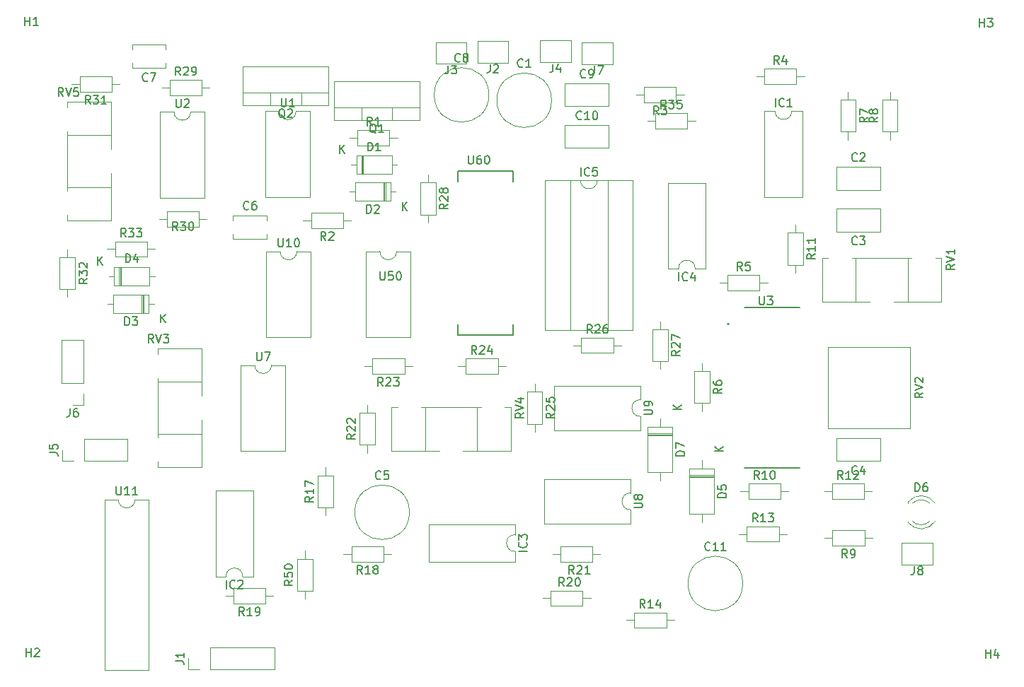
<source format=gbr>
%TF.GenerationSoftware,KiCad,Pcbnew,7.0.10*%
%TF.CreationDate,2024-04-02T15:07:52+05:30*%
%TF.ProjectId,Metal_detector,4d657461-6c5f-4646-9574-6563746f722e,rev?*%
%TF.SameCoordinates,Original*%
%TF.FileFunction,Legend,Top*%
%TF.FilePolarity,Positive*%
%FSLAX46Y46*%
G04 Gerber Fmt 4.6, Leading zero omitted, Abs format (unit mm)*
G04 Created by KiCad (PCBNEW 7.0.10) date 2024-04-02 15:07:52*
%MOMM*%
%LPD*%
G01*
G04 APERTURE LIST*
%ADD10C,0.150000*%
%ADD11C,0.200000*%
%ADD12C,0.120000*%
%ADD13C,0.127000*%
G04 APERTURE END LIST*
D10*
X93184742Y-83955019D02*
X92851409Y-83478828D01*
X92613314Y-83955019D02*
X92613314Y-82955019D01*
X92613314Y-82955019D02*
X92994266Y-82955019D01*
X92994266Y-82955019D02*
X93089504Y-83002638D01*
X93089504Y-83002638D02*
X93137123Y-83050257D01*
X93137123Y-83050257D02*
X93184742Y-83145495D01*
X93184742Y-83145495D02*
X93184742Y-83288352D01*
X93184742Y-83288352D02*
X93137123Y-83383590D01*
X93137123Y-83383590D02*
X93089504Y-83431209D01*
X93089504Y-83431209D02*
X92994266Y-83478828D01*
X92994266Y-83478828D02*
X92613314Y-83478828D01*
X94137123Y-83955019D02*
X93565695Y-83955019D01*
X93851409Y-83955019D02*
X93851409Y-82955019D01*
X93851409Y-82955019D02*
X93756171Y-83097876D01*
X93756171Y-83097876D02*
X93660933Y-83193114D01*
X93660933Y-83193114D02*
X93565695Y-83240733D01*
X94994266Y-83288352D02*
X94994266Y-83955019D01*
X94756171Y-82907400D02*
X94518076Y-83621685D01*
X94518076Y-83621685D02*
X95137123Y-83621685D01*
X106672142Y-73642619D02*
X106338809Y-73166428D01*
X106100714Y-73642619D02*
X106100714Y-72642619D01*
X106100714Y-72642619D02*
X106481666Y-72642619D01*
X106481666Y-72642619D02*
X106576904Y-72690238D01*
X106576904Y-72690238D02*
X106624523Y-72737857D01*
X106624523Y-72737857D02*
X106672142Y-72833095D01*
X106672142Y-72833095D02*
X106672142Y-72975952D01*
X106672142Y-72975952D02*
X106624523Y-73071190D01*
X106624523Y-73071190D02*
X106576904Y-73118809D01*
X106576904Y-73118809D02*
X106481666Y-73166428D01*
X106481666Y-73166428D02*
X106100714Y-73166428D01*
X107624523Y-73642619D02*
X107053095Y-73642619D01*
X107338809Y-73642619D02*
X107338809Y-72642619D01*
X107338809Y-72642619D02*
X107243571Y-72785476D01*
X107243571Y-72785476D02*
X107148333Y-72880714D01*
X107148333Y-72880714D02*
X107053095Y-72928333D01*
X107957857Y-72642619D02*
X108576904Y-72642619D01*
X108576904Y-72642619D02*
X108243571Y-73023571D01*
X108243571Y-73023571D02*
X108386428Y-73023571D01*
X108386428Y-73023571D02*
X108481666Y-73071190D01*
X108481666Y-73071190D02*
X108529285Y-73118809D01*
X108529285Y-73118809D02*
X108576904Y-73214047D01*
X108576904Y-73214047D02*
X108576904Y-73452142D01*
X108576904Y-73452142D02*
X108529285Y-73547380D01*
X108529285Y-73547380D02*
X108481666Y-73595000D01*
X108481666Y-73595000D02*
X108386428Y-73642619D01*
X108386428Y-73642619D02*
X108100714Y-73642619D01*
X108100714Y-73642619D02*
X108005476Y-73595000D01*
X108005476Y-73595000D02*
X107957857Y-73547380D01*
X61017161Y-27090657D02*
X60921923Y-27043038D01*
X60921923Y-27043038D02*
X60826685Y-26947800D01*
X60826685Y-26947800D02*
X60683828Y-26804942D01*
X60683828Y-26804942D02*
X60588590Y-26757323D01*
X60588590Y-26757323D02*
X60493352Y-26757323D01*
X60540971Y-26995419D02*
X60445733Y-26947800D01*
X60445733Y-26947800D02*
X60350495Y-26852561D01*
X60350495Y-26852561D02*
X60302876Y-26662085D01*
X60302876Y-26662085D02*
X60302876Y-26328752D01*
X60302876Y-26328752D02*
X60350495Y-26138276D01*
X60350495Y-26138276D02*
X60445733Y-26043038D01*
X60445733Y-26043038D02*
X60540971Y-25995419D01*
X60540971Y-25995419D02*
X60731447Y-25995419D01*
X60731447Y-25995419D02*
X60826685Y-26043038D01*
X60826685Y-26043038D02*
X60921923Y-26138276D01*
X60921923Y-26138276D02*
X60969542Y-26328752D01*
X60969542Y-26328752D02*
X60969542Y-26662085D01*
X60969542Y-26662085D02*
X60921923Y-26852561D01*
X60921923Y-26852561D02*
X60826685Y-26947800D01*
X60826685Y-26947800D02*
X60731447Y-26995419D01*
X60731447Y-26995419D02*
X60540971Y-26995419D01*
X61921923Y-26995419D02*
X61350495Y-26995419D01*
X61636209Y-26995419D02*
X61636209Y-25995419D01*
X61636209Y-25995419D02*
X61540971Y-26138276D01*
X61540971Y-26138276D02*
X61445733Y-26233514D01*
X61445733Y-26233514D02*
X61350495Y-26281133D01*
X106857142Y-68534819D02*
X106523809Y-68058628D01*
X106285714Y-68534819D02*
X106285714Y-67534819D01*
X106285714Y-67534819D02*
X106666666Y-67534819D01*
X106666666Y-67534819D02*
X106761904Y-67582438D01*
X106761904Y-67582438D02*
X106809523Y-67630057D01*
X106809523Y-67630057D02*
X106857142Y-67725295D01*
X106857142Y-67725295D02*
X106857142Y-67868152D01*
X106857142Y-67868152D02*
X106809523Y-67963390D01*
X106809523Y-67963390D02*
X106761904Y-68011009D01*
X106761904Y-68011009D02*
X106666666Y-68058628D01*
X106666666Y-68058628D02*
X106285714Y-68058628D01*
X107809523Y-68534819D02*
X107238095Y-68534819D01*
X107523809Y-68534819D02*
X107523809Y-67534819D01*
X107523809Y-67534819D02*
X107428571Y-67677676D01*
X107428571Y-67677676D02*
X107333333Y-67772914D01*
X107333333Y-67772914D02*
X107238095Y-67820533D01*
X108428571Y-67534819D02*
X108523809Y-67534819D01*
X108523809Y-67534819D02*
X108619047Y-67582438D01*
X108619047Y-67582438D02*
X108666666Y-67630057D01*
X108666666Y-67630057D02*
X108714285Y-67725295D01*
X108714285Y-67725295D02*
X108761904Y-67915771D01*
X108761904Y-67915771D02*
X108761904Y-68153866D01*
X108761904Y-68153866D02*
X108714285Y-68344342D01*
X108714285Y-68344342D02*
X108666666Y-68439580D01*
X108666666Y-68439580D02*
X108619047Y-68487200D01*
X108619047Y-68487200D02*
X108523809Y-68534819D01*
X108523809Y-68534819D02*
X108428571Y-68534819D01*
X108428571Y-68534819D02*
X108333333Y-68487200D01*
X108333333Y-68487200D02*
X108285714Y-68439580D01*
X108285714Y-68439580D02*
X108238095Y-68344342D01*
X108238095Y-68344342D02*
X108190476Y-68153866D01*
X108190476Y-68153866D02*
X108190476Y-67915771D01*
X108190476Y-67915771D02*
X108238095Y-67725295D01*
X108238095Y-67725295D02*
X108285714Y-67630057D01*
X108285714Y-67630057D02*
X108333333Y-67582438D01*
X108333333Y-67582438D02*
X108428571Y-67534819D01*
X119874819Y-25166666D02*
X119398628Y-25499999D01*
X119874819Y-25738094D02*
X118874819Y-25738094D01*
X118874819Y-25738094D02*
X118874819Y-25357142D01*
X118874819Y-25357142D02*
X118922438Y-25261904D01*
X118922438Y-25261904D02*
X118970057Y-25214285D01*
X118970057Y-25214285D02*
X119065295Y-25166666D01*
X119065295Y-25166666D02*
X119208152Y-25166666D01*
X119208152Y-25166666D02*
X119303390Y-25214285D01*
X119303390Y-25214285D02*
X119351009Y-25261904D01*
X119351009Y-25261904D02*
X119398628Y-25357142D01*
X119398628Y-25357142D02*
X119398628Y-25738094D01*
X118874819Y-24833332D02*
X118874819Y-24166666D01*
X118874819Y-24166666D02*
X119874819Y-24595237D01*
X26839942Y-23583819D02*
X26506609Y-23107628D01*
X26268514Y-23583819D02*
X26268514Y-22583819D01*
X26268514Y-22583819D02*
X26649466Y-22583819D01*
X26649466Y-22583819D02*
X26744704Y-22631438D01*
X26744704Y-22631438D02*
X26792323Y-22679057D01*
X26792323Y-22679057D02*
X26839942Y-22774295D01*
X26839942Y-22774295D02*
X26839942Y-22917152D01*
X26839942Y-22917152D02*
X26792323Y-23012390D01*
X26792323Y-23012390D02*
X26744704Y-23060009D01*
X26744704Y-23060009D02*
X26649466Y-23107628D01*
X26649466Y-23107628D02*
X26268514Y-23107628D01*
X27173276Y-22583819D02*
X27792323Y-22583819D01*
X27792323Y-22583819D02*
X27458990Y-22964771D01*
X27458990Y-22964771D02*
X27601847Y-22964771D01*
X27601847Y-22964771D02*
X27697085Y-23012390D01*
X27697085Y-23012390D02*
X27744704Y-23060009D01*
X27744704Y-23060009D02*
X27792323Y-23155247D01*
X27792323Y-23155247D02*
X27792323Y-23393342D01*
X27792323Y-23393342D02*
X27744704Y-23488580D01*
X27744704Y-23488580D02*
X27697085Y-23536200D01*
X27697085Y-23536200D02*
X27601847Y-23583819D01*
X27601847Y-23583819D02*
X27316133Y-23583819D01*
X27316133Y-23583819D02*
X27220895Y-23536200D01*
X27220895Y-23536200D02*
X27173276Y-23488580D01*
X28744704Y-23583819D02*
X28173276Y-23583819D01*
X28458990Y-23583819D02*
X28458990Y-22583819D01*
X28458990Y-22583819D02*
X28363752Y-22726676D01*
X28363752Y-22726676D02*
X28268514Y-22821914D01*
X28268514Y-22821914D02*
X28173276Y-22869533D01*
X49692495Y-22915819D02*
X49692495Y-23725342D01*
X49692495Y-23725342D02*
X49740114Y-23820580D01*
X49740114Y-23820580D02*
X49787733Y-23868200D01*
X49787733Y-23868200D02*
X49882971Y-23915819D01*
X49882971Y-23915819D02*
X50073447Y-23915819D01*
X50073447Y-23915819D02*
X50168685Y-23868200D01*
X50168685Y-23868200D02*
X50216304Y-23820580D01*
X50216304Y-23820580D02*
X50263923Y-23725342D01*
X50263923Y-23725342D02*
X50263923Y-22915819D01*
X51263923Y-23915819D02*
X50692495Y-23915819D01*
X50978209Y-23915819D02*
X50978209Y-22915819D01*
X50978209Y-22915819D02*
X50882971Y-23058676D01*
X50882971Y-23058676D02*
X50787733Y-23153914D01*
X50787733Y-23153914D02*
X50692495Y-23201533D01*
X24391666Y-60064819D02*
X24391666Y-60779104D01*
X24391666Y-60779104D02*
X24344047Y-60921961D01*
X24344047Y-60921961D02*
X24248809Y-61017200D01*
X24248809Y-61017200D02*
X24105952Y-61064819D01*
X24105952Y-61064819D02*
X24010714Y-61064819D01*
X25296428Y-60064819D02*
X25105952Y-60064819D01*
X25105952Y-60064819D02*
X25010714Y-60112438D01*
X25010714Y-60112438D02*
X24963095Y-60160057D01*
X24963095Y-60160057D02*
X24867857Y-60302914D01*
X24867857Y-60302914D02*
X24820238Y-60493390D01*
X24820238Y-60493390D02*
X24820238Y-60874342D01*
X24820238Y-60874342D02*
X24867857Y-60969580D01*
X24867857Y-60969580D02*
X24915476Y-61017200D01*
X24915476Y-61017200D02*
X25010714Y-61064819D01*
X25010714Y-61064819D02*
X25201190Y-61064819D01*
X25201190Y-61064819D02*
X25296428Y-61017200D01*
X25296428Y-61017200D02*
X25344047Y-60969580D01*
X25344047Y-60969580D02*
X25391666Y-60874342D01*
X25391666Y-60874342D02*
X25391666Y-60636247D01*
X25391666Y-60636247D02*
X25344047Y-60541009D01*
X25344047Y-60541009D02*
X25296428Y-60493390D01*
X25296428Y-60493390D02*
X25201190Y-60445771D01*
X25201190Y-60445771D02*
X25010714Y-60445771D01*
X25010714Y-60445771D02*
X24915476Y-60493390D01*
X24915476Y-60493390D02*
X24867857Y-60541009D01*
X24867857Y-60541009D02*
X24820238Y-60636247D01*
X102924819Y-70738094D02*
X101924819Y-70738094D01*
X101924819Y-70738094D02*
X101924819Y-70499999D01*
X101924819Y-70499999D02*
X101972438Y-70357142D01*
X101972438Y-70357142D02*
X102067676Y-70261904D01*
X102067676Y-70261904D02*
X102162914Y-70214285D01*
X102162914Y-70214285D02*
X102353390Y-70166666D01*
X102353390Y-70166666D02*
X102496247Y-70166666D01*
X102496247Y-70166666D02*
X102686723Y-70214285D01*
X102686723Y-70214285D02*
X102781961Y-70261904D01*
X102781961Y-70261904D02*
X102877200Y-70357142D01*
X102877200Y-70357142D02*
X102924819Y-70499999D01*
X102924819Y-70499999D02*
X102924819Y-70738094D01*
X101924819Y-69261904D02*
X101924819Y-69738094D01*
X101924819Y-69738094D02*
X102401009Y-69785713D01*
X102401009Y-69785713D02*
X102353390Y-69738094D01*
X102353390Y-69738094D02*
X102305771Y-69642856D01*
X102305771Y-69642856D02*
X102305771Y-69404761D01*
X102305771Y-69404761D02*
X102353390Y-69309523D01*
X102353390Y-69309523D02*
X102401009Y-69261904D01*
X102401009Y-69261904D02*
X102496247Y-69214285D01*
X102496247Y-69214285D02*
X102734342Y-69214285D01*
X102734342Y-69214285D02*
X102829580Y-69261904D01*
X102829580Y-69261904D02*
X102877200Y-69309523D01*
X102877200Y-69309523D02*
X102924819Y-69404761D01*
X102924819Y-69404761D02*
X102924819Y-69642856D01*
X102924819Y-69642856D02*
X102877200Y-69738094D01*
X102877200Y-69738094D02*
X102829580Y-69785713D01*
X102554819Y-65181904D02*
X101554819Y-65181904D01*
X102554819Y-64610476D02*
X101983390Y-65039047D01*
X101554819Y-64610476D02*
X102126247Y-65181904D01*
X113549819Y-41567857D02*
X113073628Y-41901190D01*
X113549819Y-42139285D02*
X112549819Y-42139285D01*
X112549819Y-42139285D02*
X112549819Y-41758333D01*
X112549819Y-41758333D02*
X112597438Y-41663095D01*
X112597438Y-41663095D02*
X112645057Y-41615476D01*
X112645057Y-41615476D02*
X112740295Y-41567857D01*
X112740295Y-41567857D02*
X112883152Y-41567857D01*
X112883152Y-41567857D02*
X112978390Y-41615476D01*
X112978390Y-41615476D02*
X113026009Y-41663095D01*
X113026009Y-41663095D02*
X113073628Y-41758333D01*
X113073628Y-41758333D02*
X113073628Y-42139285D01*
X113549819Y-40615476D02*
X113549819Y-41186904D01*
X113549819Y-40901190D02*
X112549819Y-40901190D01*
X112549819Y-40901190D02*
X112692676Y-40996428D01*
X112692676Y-40996428D02*
X112787914Y-41091666D01*
X112787914Y-41091666D02*
X112835533Y-41186904D01*
X113549819Y-39663095D02*
X113549819Y-40234523D01*
X113549819Y-39948809D02*
X112549819Y-39948809D01*
X112549819Y-39948809D02*
X112692676Y-40044047D01*
X112692676Y-40044047D02*
X112787914Y-40139285D01*
X112787914Y-40139285D02*
X112835533Y-40234523D01*
X95717142Y-24134819D02*
X95383809Y-23658628D01*
X95145714Y-24134819D02*
X95145714Y-23134819D01*
X95145714Y-23134819D02*
X95526666Y-23134819D01*
X95526666Y-23134819D02*
X95621904Y-23182438D01*
X95621904Y-23182438D02*
X95669523Y-23230057D01*
X95669523Y-23230057D02*
X95717142Y-23325295D01*
X95717142Y-23325295D02*
X95717142Y-23468152D01*
X95717142Y-23468152D02*
X95669523Y-23563390D01*
X95669523Y-23563390D02*
X95621904Y-23611009D01*
X95621904Y-23611009D02*
X95526666Y-23658628D01*
X95526666Y-23658628D02*
X95145714Y-23658628D01*
X96050476Y-23134819D02*
X96669523Y-23134819D01*
X96669523Y-23134819D02*
X96336190Y-23515771D01*
X96336190Y-23515771D02*
X96479047Y-23515771D01*
X96479047Y-23515771D02*
X96574285Y-23563390D01*
X96574285Y-23563390D02*
X96621904Y-23611009D01*
X96621904Y-23611009D02*
X96669523Y-23706247D01*
X96669523Y-23706247D02*
X96669523Y-23944342D01*
X96669523Y-23944342D02*
X96621904Y-24039580D01*
X96621904Y-24039580D02*
X96574285Y-24087200D01*
X96574285Y-24087200D02*
X96479047Y-24134819D01*
X96479047Y-24134819D02*
X96193333Y-24134819D01*
X96193333Y-24134819D02*
X96098095Y-24087200D01*
X96098095Y-24087200D02*
X96050476Y-24039580D01*
X97574285Y-23134819D02*
X97098095Y-23134819D01*
X97098095Y-23134819D02*
X97050476Y-23611009D01*
X97050476Y-23611009D02*
X97098095Y-23563390D01*
X97098095Y-23563390D02*
X97193333Y-23515771D01*
X97193333Y-23515771D02*
X97431428Y-23515771D01*
X97431428Y-23515771D02*
X97526666Y-23563390D01*
X97526666Y-23563390D02*
X97574285Y-23611009D01*
X97574285Y-23611009D02*
X97621904Y-23706247D01*
X97621904Y-23706247D02*
X97621904Y-23944342D01*
X97621904Y-23944342D02*
X97574285Y-24039580D01*
X97574285Y-24039580D02*
X97526666Y-24087200D01*
X97526666Y-24087200D02*
X97431428Y-24134819D01*
X97431428Y-24134819D02*
X97193333Y-24134819D01*
X97193333Y-24134819D02*
X97098095Y-24087200D01*
X97098095Y-24087200D02*
X97050476Y-24039580D01*
X37279342Y-38738219D02*
X36946009Y-38262028D01*
X36707914Y-38738219D02*
X36707914Y-37738219D01*
X36707914Y-37738219D02*
X37088866Y-37738219D01*
X37088866Y-37738219D02*
X37184104Y-37785838D01*
X37184104Y-37785838D02*
X37231723Y-37833457D01*
X37231723Y-37833457D02*
X37279342Y-37928695D01*
X37279342Y-37928695D02*
X37279342Y-38071552D01*
X37279342Y-38071552D02*
X37231723Y-38166790D01*
X37231723Y-38166790D02*
X37184104Y-38214409D01*
X37184104Y-38214409D02*
X37088866Y-38262028D01*
X37088866Y-38262028D02*
X36707914Y-38262028D01*
X37612676Y-37738219D02*
X38231723Y-37738219D01*
X38231723Y-37738219D02*
X37898390Y-38119171D01*
X37898390Y-38119171D02*
X38041247Y-38119171D01*
X38041247Y-38119171D02*
X38136485Y-38166790D01*
X38136485Y-38166790D02*
X38184104Y-38214409D01*
X38184104Y-38214409D02*
X38231723Y-38309647D01*
X38231723Y-38309647D02*
X38231723Y-38547742D01*
X38231723Y-38547742D02*
X38184104Y-38642980D01*
X38184104Y-38642980D02*
X38136485Y-38690600D01*
X38136485Y-38690600D02*
X38041247Y-38738219D01*
X38041247Y-38738219D02*
X37755533Y-38738219D01*
X37755533Y-38738219D02*
X37660295Y-38690600D01*
X37660295Y-38690600D02*
X37612676Y-38642980D01*
X38850771Y-37738219D02*
X38946009Y-37738219D01*
X38946009Y-37738219D02*
X39041247Y-37785838D01*
X39041247Y-37785838D02*
X39088866Y-37833457D01*
X39088866Y-37833457D02*
X39136485Y-37928695D01*
X39136485Y-37928695D02*
X39184104Y-38119171D01*
X39184104Y-38119171D02*
X39184104Y-38357266D01*
X39184104Y-38357266D02*
X39136485Y-38547742D01*
X39136485Y-38547742D02*
X39088866Y-38642980D01*
X39088866Y-38642980D02*
X39041247Y-38690600D01*
X39041247Y-38690600D02*
X38946009Y-38738219D01*
X38946009Y-38738219D02*
X38850771Y-38738219D01*
X38850771Y-38738219D02*
X38755533Y-38690600D01*
X38755533Y-38690600D02*
X38707914Y-38642980D01*
X38707914Y-38642980D02*
X38660295Y-38547742D01*
X38660295Y-38547742D02*
X38612676Y-38357266D01*
X38612676Y-38357266D02*
X38612676Y-38119171D01*
X38612676Y-38119171D02*
X38660295Y-37928695D01*
X38660295Y-37928695D02*
X38707914Y-37833457D01*
X38707914Y-37833457D02*
X38755533Y-37785838D01*
X38755533Y-37785838D02*
X38850771Y-37738219D01*
X19024695Y-14158619D02*
X19024695Y-13158619D01*
X19024695Y-13634809D02*
X19596123Y-13634809D01*
X19596123Y-14158619D02*
X19596123Y-13158619D01*
X20596123Y-14158619D02*
X20024695Y-14158619D01*
X20310409Y-14158619D02*
X20310409Y-13158619D01*
X20310409Y-13158619D02*
X20215171Y-13301476D01*
X20215171Y-13301476D02*
X20119933Y-13396714D01*
X20119933Y-13396714D02*
X20024695Y-13444333D01*
X31082142Y-39509819D02*
X30748809Y-39033628D01*
X30510714Y-39509819D02*
X30510714Y-38509819D01*
X30510714Y-38509819D02*
X30891666Y-38509819D01*
X30891666Y-38509819D02*
X30986904Y-38557438D01*
X30986904Y-38557438D02*
X31034523Y-38605057D01*
X31034523Y-38605057D02*
X31082142Y-38700295D01*
X31082142Y-38700295D02*
X31082142Y-38843152D01*
X31082142Y-38843152D02*
X31034523Y-38938390D01*
X31034523Y-38938390D02*
X30986904Y-38986009D01*
X30986904Y-38986009D02*
X30891666Y-39033628D01*
X30891666Y-39033628D02*
X30510714Y-39033628D01*
X31415476Y-38509819D02*
X32034523Y-38509819D01*
X32034523Y-38509819D02*
X31701190Y-38890771D01*
X31701190Y-38890771D02*
X31844047Y-38890771D01*
X31844047Y-38890771D02*
X31939285Y-38938390D01*
X31939285Y-38938390D02*
X31986904Y-38986009D01*
X31986904Y-38986009D02*
X32034523Y-39081247D01*
X32034523Y-39081247D02*
X32034523Y-39319342D01*
X32034523Y-39319342D02*
X31986904Y-39414580D01*
X31986904Y-39414580D02*
X31939285Y-39462200D01*
X31939285Y-39462200D02*
X31844047Y-39509819D01*
X31844047Y-39509819D02*
X31558333Y-39509819D01*
X31558333Y-39509819D02*
X31463095Y-39462200D01*
X31463095Y-39462200D02*
X31415476Y-39414580D01*
X32367857Y-38509819D02*
X32986904Y-38509819D01*
X32986904Y-38509819D02*
X32653571Y-38890771D01*
X32653571Y-38890771D02*
X32796428Y-38890771D01*
X32796428Y-38890771D02*
X32891666Y-38938390D01*
X32891666Y-38938390D02*
X32939285Y-38986009D01*
X32939285Y-38986009D02*
X32986904Y-39081247D01*
X32986904Y-39081247D02*
X32986904Y-39319342D01*
X32986904Y-39319342D02*
X32939285Y-39414580D01*
X32939285Y-39414580D02*
X32891666Y-39462200D01*
X32891666Y-39462200D02*
X32796428Y-39509819D01*
X32796428Y-39509819D02*
X32510714Y-39509819D01*
X32510714Y-39509819D02*
X32415476Y-39462200D01*
X32415476Y-39462200D02*
X32367857Y-39414580D01*
X19177095Y-89799819D02*
X19177095Y-88799819D01*
X19177095Y-89276009D02*
X19748523Y-89276009D01*
X19748523Y-89799819D02*
X19748523Y-88799819D01*
X20177095Y-88895057D02*
X20224714Y-88847438D01*
X20224714Y-88847438D02*
X20319952Y-88799819D01*
X20319952Y-88799819D02*
X20558047Y-88799819D01*
X20558047Y-88799819D02*
X20653285Y-88847438D01*
X20653285Y-88847438D02*
X20700904Y-88895057D01*
X20700904Y-88895057D02*
X20748523Y-88990295D01*
X20748523Y-88990295D02*
X20748523Y-89085533D01*
X20748523Y-89085533D02*
X20700904Y-89228390D01*
X20700904Y-89228390D02*
X20129476Y-89799819D01*
X20129476Y-89799819D02*
X20748523Y-89799819D01*
X53534819Y-70642857D02*
X53058628Y-70976190D01*
X53534819Y-71214285D02*
X52534819Y-71214285D01*
X52534819Y-71214285D02*
X52534819Y-70833333D01*
X52534819Y-70833333D02*
X52582438Y-70738095D01*
X52582438Y-70738095D02*
X52630057Y-70690476D01*
X52630057Y-70690476D02*
X52725295Y-70642857D01*
X52725295Y-70642857D02*
X52868152Y-70642857D01*
X52868152Y-70642857D02*
X52963390Y-70690476D01*
X52963390Y-70690476D02*
X53011009Y-70738095D01*
X53011009Y-70738095D02*
X53058628Y-70833333D01*
X53058628Y-70833333D02*
X53058628Y-71214285D01*
X53534819Y-69690476D02*
X53534819Y-70261904D01*
X53534819Y-69976190D02*
X52534819Y-69976190D01*
X52534819Y-69976190D02*
X52677676Y-70071428D01*
X52677676Y-70071428D02*
X52772914Y-70166666D01*
X52772914Y-70166666D02*
X52820533Y-70261904D01*
X52534819Y-69357142D02*
X52534819Y-68690476D01*
X52534819Y-68690476D02*
X53534819Y-69119047D01*
X118583333Y-30359580D02*
X118535714Y-30407200D01*
X118535714Y-30407200D02*
X118392857Y-30454819D01*
X118392857Y-30454819D02*
X118297619Y-30454819D01*
X118297619Y-30454819D02*
X118154762Y-30407200D01*
X118154762Y-30407200D02*
X118059524Y-30311961D01*
X118059524Y-30311961D02*
X118011905Y-30216723D01*
X118011905Y-30216723D02*
X117964286Y-30026247D01*
X117964286Y-30026247D02*
X117964286Y-29883390D01*
X117964286Y-29883390D02*
X118011905Y-29692914D01*
X118011905Y-29692914D02*
X118059524Y-29597676D01*
X118059524Y-29597676D02*
X118154762Y-29502438D01*
X118154762Y-29502438D02*
X118297619Y-29454819D01*
X118297619Y-29454819D02*
X118392857Y-29454819D01*
X118392857Y-29454819D02*
X118535714Y-29502438D01*
X118535714Y-29502438D02*
X118583333Y-29550057D01*
X118964286Y-29550057D02*
X119011905Y-29502438D01*
X119011905Y-29502438D02*
X119107143Y-29454819D01*
X119107143Y-29454819D02*
X119345238Y-29454819D01*
X119345238Y-29454819D02*
X119440476Y-29502438D01*
X119440476Y-29502438D02*
X119488095Y-29550057D01*
X119488095Y-29550057D02*
X119535714Y-29645295D01*
X119535714Y-29645295D02*
X119535714Y-29740533D01*
X119535714Y-29740533D02*
X119488095Y-29883390D01*
X119488095Y-29883390D02*
X118916667Y-30454819D01*
X118916667Y-30454819D02*
X119535714Y-30454819D01*
X60044105Y-29195819D02*
X60044105Y-28195819D01*
X60044105Y-28195819D02*
X60282200Y-28195819D01*
X60282200Y-28195819D02*
X60425057Y-28243438D01*
X60425057Y-28243438D02*
X60520295Y-28338676D01*
X60520295Y-28338676D02*
X60567914Y-28433914D01*
X60567914Y-28433914D02*
X60615533Y-28624390D01*
X60615533Y-28624390D02*
X60615533Y-28767247D01*
X60615533Y-28767247D02*
X60567914Y-28957723D01*
X60567914Y-28957723D02*
X60520295Y-29052961D01*
X60520295Y-29052961D02*
X60425057Y-29148200D01*
X60425057Y-29148200D02*
X60282200Y-29195819D01*
X60282200Y-29195819D02*
X60044105Y-29195819D01*
X61567914Y-29195819D02*
X60996486Y-29195819D01*
X61282200Y-29195819D02*
X61282200Y-28195819D01*
X61282200Y-28195819D02*
X61186962Y-28338676D01*
X61186962Y-28338676D02*
X61091724Y-28433914D01*
X61091724Y-28433914D02*
X60996486Y-28481533D01*
X56710295Y-29515819D02*
X56710295Y-28515819D01*
X57281723Y-29515819D02*
X56853152Y-28944390D01*
X57281723Y-28515819D02*
X56710295Y-29087247D01*
X82166666Y-18802219D02*
X82166666Y-19516504D01*
X82166666Y-19516504D02*
X82119047Y-19659361D01*
X82119047Y-19659361D02*
X82023809Y-19754600D01*
X82023809Y-19754600D02*
X81880952Y-19802219D01*
X81880952Y-19802219D02*
X81785714Y-19802219D01*
X83071428Y-19135552D02*
X83071428Y-19802219D01*
X82833333Y-18754600D02*
X82595238Y-19468885D01*
X82595238Y-19468885D02*
X83214285Y-19468885D01*
X108783810Y-23899819D02*
X108783810Y-22899819D01*
X109831428Y-23804580D02*
X109783809Y-23852200D01*
X109783809Y-23852200D02*
X109640952Y-23899819D01*
X109640952Y-23899819D02*
X109545714Y-23899819D01*
X109545714Y-23899819D02*
X109402857Y-23852200D01*
X109402857Y-23852200D02*
X109307619Y-23756961D01*
X109307619Y-23756961D02*
X109260000Y-23661723D01*
X109260000Y-23661723D02*
X109212381Y-23471247D01*
X109212381Y-23471247D02*
X109212381Y-23328390D01*
X109212381Y-23328390D02*
X109260000Y-23137914D01*
X109260000Y-23137914D02*
X109307619Y-23042676D01*
X109307619Y-23042676D02*
X109402857Y-22947438D01*
X109402857Y-22947438D02*
X109545714Y-22899819D01*
X109545714Y-22899819D02*
X109640952Y-22899819D01*
X109640952Y-22899819D02*
X109783809Y-22947438D01*
X109783809Y-22947438D02*
X109831428Y-22995057D01*
X110783809Y-23899819D02*
X110212381Y-23899819D01*
X110498095Y-23899819D02*
X110498095Y-22899819D01*
X110498095Y-22899819D02*
X110402857Y-23042676D01*
X110402857Y-23042676D02*
X110307619Y-23137914D01*
X110307619Y-23137914D02*
X110212381Y-23185533D01*
X100977142Y-76985580D02*
X100929523Y-77033200D01*
X100929523Y-77033200D02*
X100786666Y-77080819D01*
X100786666Y-77080819D02*
X100691428Y-77080819D01*
X100691428Y-77080819D02*
X100548571Y-77033200D01*
X100548571Y-77033200D02*
X100453333Y-76937961D01*
X100453333Y-76937961D02*
X100405714Y-76842723D01*
X100405714Y-76842723D02*
X100358095Y-76652247D01*
X100358095Y-76652247D02*
X100358095Y-76509390D01*
X100358095Y-76509390D02*
X100405714Y-76318914D01*
X100405714Y-76318914D02*
X100453333Y-76223676D01*
X100453333Y-76223676D02*
X100548571Y-76128438D01*
X100548571Y-76128438D02*
X100691428Y-76080819D01*
X100691428Y-76080819D02*
X100786666Y-76080819D01*
X100786666Y-76080819D02*
X100929523Y-76128438D01*
X100929523Y-76128438D02*
X100977142Y-76176057D01*
X101929523Y-77080819D02*
X101358095Y-77080819D01*
X101643809Y-77080819D02*
X101643809Y-76080819D01*
X101643809Y-76080819D02*
X101548571Y-76223676D01*
X101548571Y-76223676D02*
X101453333Y-76318914D01*
X101453333Y-76318914D02*
X101358095Y-76366533D01*
X102881904Y-77080819D02*
X102310476Y-77080819D01*
X102596190Y-77080819D02*
X102596190Y-76080819D01*
X102596190Y-76080819D02*
X102500952Y-76223676D01*
X102500952Y-76223676D02*
X102405714Y-76318914D01*
X102405714Y-76318914D02*
X102310476Y-76366533D01*
X125416666Y-78979819D02*
X125416666Y-79694104D01*
X125416666Y-79694104D02*
X125369047Y-79836961D01*
X125369047Y-79836961D02*
X125273809Y-79932200D01*
X125273809Y-79932200D02*
X125130952Y-79979819D01*
X125130952Y-79979819D02*
X125035714Y-79979819D01*
X126035714Y-79408390D02*
X125940476Y-79360771D01*
X125940476Y-79360771D02*
X125892857Y-79313152D01*
X125892857Y-79313152D02*
X125845238Y-79217914D01*
X125845238Y-79217914D02*
X125845238Y-79170295D01*
X125845238Y-79170295D02*
X125892857Y-79075057D01*
X125892857Y-79075057D02*
X125940476Y-79027438D01*
X125940476Y-79027438D02*
X126035714Y-78979819D01*
X126035714Y-78979819D02*
X126226190Y-78979819D01*
X126226190Y-78979819D02*
X126321428Y-79027438D01*
X126321428Y-79027438D02*
X126369047Y-79075057D01*
X126369047Y-79075057D02*
X126416666Y-79170295D01*
X126416666Y-79170295D02*
X126416666Y-79217914D01*
X126416666Y-79217914D02*
X126369047Y-79313152D01*
X126369047Y-79313152D02*
X126321428Y-79360771D01*
X126321428Y-79360771D02*
X126226190Y-79408390D01*
X126226190Y-79408390D02*
X126035714Y-79408390D01*
X126035714Y-79408390D02*
X125940476Y-79456009D01*
X125940476Y-79456009D02*
X125892857Y-79503628D01*
X125892857Y-79503628D02*
X125845238Y-79598866D01*
X125845238Y-79598866D02*
X125845238Y-79789342D01*
X125845238Y-79789342D02*
X125892857Y-79884580D01*
X125892857Y-79884580D02*
X125940476Y-79932200D01*
X125940476Y-79932200D02*
X126035714Y-79979819D01*
X126035714Y-79979819D02*
X126226190Y-79979819D01*
X126226190Y-79979819D02*
X126321428Y-79932200D01*
X126321428Y-79932200D02*
X126369047Y-79884580D01*
X126369047Y-79884580D02*
X126416666Y-79789342D01*
X126416666Y-79789342D02*
X126416666Y-79598866D01*
X126416666Y-79598866D02*
X126369047Y-79503628D01*
X126369047Y-79503628D02*
X126321428Y-79456009D01*
X126321428Y-79456009D02*
X126226190Y-79408390D01*
X133223095Y-14336419D02*
X133223095Y-13336419D01*
X133223095Y-13812609D02*
X133794523Y-13812609D01*
X133794523Y-14336419D02*
X133794523Y-13336419D01*
X134175476Y-13336419D02*
X134794523Y-13336419D01*
X134794523Y-13336419D02*
X134461190Y-13717371D01*
X134461190Y-13717371D02*
X134604047Y-13717371D01*
X134604047Y-13717371D02*
X134699285Y-13764990D01*
X134699285Y-13764990D02*
X134746904Y-13812609D01*
X134746904Y-13812609D02*
X134794523Y-13907847D01*
X134794523Y-13907847D02*
X134794523Y-14145942D01*
X134794523Y-14145942D02*
X134746904Y-14241180D01*
X134746904Y-14241180D02*
X134699285Y-14288800D01*
X134699285Y-14288800D02*
X134604047Y-14336419D01*
X134604047Y-14336419D02*
X134318333Y-14336419D01*
X134318333Y-14336419D02*
X134223095Y-14288800D01*
X134223095Y-14288800D02*
X134175476Y-14241180D01*
X125491905Y-69994819D02*
X125491905Y-68994819D01*
X125491905Y-68994819D02*
X125730000Y-68994819D01*
X125730000Y-68994819D02*
X125872857Y-69042438D01*
X125872857Y-69042438D02*
X125968095Y-69137676D01*
X125968095Y-69137676D02*
X126015714Y-69232914D01*
X126015714Y-69232914D02*
X126063333Y-69423390D01*
X126063333Y-69423390D02*
X126063333Y-69566247D01*
X126063333Y-69566247D02*
X126015714Y-69756723D01*
X126015714Y-69756723D02*
X125968095Y-69851961D01*
X125968095Y-69851961D02*
X125872857Y-69947200D01*
X125872857Y-69947200D02*
X125730000Y-69994819D01*
X125730000Y-69994819D02*
X125491905Y-69994819D01*
X126920476Y-68994819D02*
X126730000Y-68994819D01*
X126730000Y-68994819D02*
X126634762Y-69042438D01*
X126634762Y-69042438D02*
X126587143Y-69090057D01*
X126587143Y-69090057D02*
X126491905Y-69232914D01*
X126491905Y-69232914D02*
X126444286Y-69423390D01*
X126444286Y-69423390D02*
X126444286Y-69804342D01*
X126444286Y-69804342D02*
X126491905Y-69899580D01*
X126491905Y-69899580D02*
X126539524Y-69947200D01*
X126539524Y-69947200D02*
X126634762Y-69994819D01*
X126634762Y-69994819D02*
X126825238Y-69994819D01*
X126825238Y-69994819D02*
X126920476Y-69947200D01*
X126920476Y-69947200D02*
X126968095Y-69899580D01*
X126968095Y-69899580D02*
X127015714Y-69804342D01*
X127015714Y-69804342D02*
X127015714Y-69566247D01*
X127015714Y-69566247D02*
X126968095Y-69471009D01*
X126968095Y-69471009D02*
X126920476Y-69423390D01*
X126920476Y-69423390D02*
X126825238Y-69375771D01*
X126825238Y-69375771D02*
X126634762Y-69375771D01*
X126634762Y-69375771D02*
X126539524Y-69423390D01*
X126539524Y-69423390D02*
X126491905Y-69471009D01*
X126491905Y-69471009D02*
X126444286Y-69566247D01*
X78583333Y-19098980D02*
X78535714Y-19146600D01*
X78535714Y-19146600D02*
X78392857Y-19194219D01*
X78392857Y-19194219D02*
X78297619Y-19194219D01*
X78297619Y-19194219D02*
X78154762Y-19146600D01*
X78154762Y-19146600D02*
X78059524Y-19051361D01*
X78059524Y-19051361D02*
X78011905Y-18956123D01*
X78011905Y-18956123D02*
X77964286Y-18765647D01*
X77964286Y-18765647D02*
X77964286Y-18622790D01*
X77964286Y-18622790D02*
X78011905Y-18432314D01*
X78011905Y-18432314D02*
X78059524Y-18337076D01*
X78059524Y-18337076D02*
X78154762Y-18241838D01*
X78154762Y-18241838D02*
X78297619Y-18194219D01*
X78297619Y-18194219D02*
X78392857Y-18194219D01*
X78392857Y-18194219D02*
X78535714Y-18241838D01*
X78535714Y-18241838D02*
X78583333Y-18289457D01*
X79535714Y-19194219D02*
X78964286Y-19194219D01*
X79250000Y-19194219D02*
X79250000Y-18194219D01*
X79250000Y-18194219D02*
X79154762Y-18337076D01*
X79154762Y-18337076D02*
X79059524Y-18432314D01*
X79059524Y-18432314D02*
X78964286Y-18479933D01*
X55002133Y-39916019D02*
X54668800Y-39439828D01*
X54430705Y-39916019D02*
X54430705Y-38916019D01*
X54430705Y-38916019D02*
X54811657Y-38916019D01*
X54811657Y-38916019D02*
X54906895Y-38963638D01*
X54906895Y-38963638D02*
X54954514Y-39011257D01*
X54954514Y-39011257D02*
X55002133Y-39106495D01*
X55002133Y-39106495D02*
X55002133Y-39249352D01*
X55002133Y-39249352D02*
X54954514Y-39344590D01*
X54954514Y-39344590D02*
X54906895Y-39392209D01*
X54906895Y-39392209D02*
X54811657Y-39439828D01*
X54811657Y-39439828D02*
X54430705Y-39439828D01*
X55383086Y-39011257D02*
X55430705Y-38963638D01*
X55430705Y-38963638D02*
X55525943Y-38916019D01*
X55525943Y-38916019D02*
X55764038Y-38916019D01*
X55764038Y-38916019D02*
X55859276Y-38963638D01*
X55859276Y-38963638D02*
X55906895Y-39011257D01*
X55906895Y-39011257D02*
X55954514Y-39106495D01*
X55954514Y-39106495D02*
X55954514Y-39201733D01*
X55954514Y-39201733D02*
X55906895Y-39344590D01*
X55906895Y-39344590D02*
X55335467Y-39916019D01*
X55335467Y-39916019D02*
X55954514Y-39916019D01*
X69634019Y-35567857D02*
X69157828Y-35901190D01*
X69634019Y-36139285D02*
X68634019Y-36139285D01*
X68634019Y-36139285D02*
X68634019Y-35758333D01*
X68634019Y-35758333D02*
X68681638Y-35663095D01*
X68681638Y-35663095D02*
X68729257Y-35615476D01*
X68729257Y-35615476D02*
X68824495Y-35567857D01*
X68824495Y-35567857D02*
X68967352Y-35567857D01*
X68967352Y-35567857D02*
X69062590Y-35615476D01*
X69062590Y-35615476D02*
X69110209Y-35663095D01*
X69110209Y-35663095D02*
X69157828Y-35758333D01*
X69157828Y-35758333D02*
X69157828Y-36139285D01*
X68729257Y-35186904D02*
X68681638Y-35139285D01*
X68681638Y-35139285D02*
X68634019Y-35044047D01*
X68634019Y-35044047D02*
X68634019Y-34805952D01*
X68634019Y-34805952D02*
X68681638Y-34710714D01*
X68681638Y-34710714D02*
X68729257Y-34663095D01*
X68729257Y-34663095D02*
X68824495Y-34615476D01*
X68824495Y-34615476D02*
X68919733Y-34615476D01*
X68919733Y-34615476D02*
X69062590Y-34663095D01*
X69062590Y-34663095D02*
X69634019Y-35234523D01*
X69634019Y-35234523D02*
X69634019Y-34615476D01*
X69062590Y-34044047D02*
X69014971Y-34139285D01*
X69014971Y-34139285D02*
X68967352Y-34186904D01*
X68967352Y-34186904D02*
X68872114Y-34234523D01*
X68872114Y-34234523D02*
X68824495Y-34234523D01*
X68824495Y-34234523D02*
X68729257Y-34186904D01*
X68729257Y-34186904D02*
X68681638Y-34139285D01*
X68681638Y-34139285D02*
X68634019Y-34044047D01*
X68634019Y-34044047D02*
X68634019Y-33853571D01*
X68634019Y-33853571D02*
X68681638Y-33758333D01*
X68681638Y-33758333D02*
X68729257Y-33710714D01*
X68729257Y-33710714D02*
X68824495Y-33663095D01*
X68824495Y-33663095D02*
X68872114Y-33663095D01*
X68872114Y-33663095D02*
X68967352Y-33710714D01*
X68967352Y-33710714D02*
X69014971Y-33758333D01*
X69014971Y-33758333D02*
X69062590Y-33853571D01*
X69062590Y-33853571D02*
X69062590Y-34044047D01*
X69062590Y-34044047D02*
X69110209Y-34139285D01*
X69110209Y-34139285D02*
X69157828Y-34186904D01*
X69157828Y-34186904D02*
X69253066Y-34234523D01*
X69253066Y-34234523D02*
X69443542Y-34234523D01*
X69443542Y-34234523D02*
X69538780Y-34186904D01*
X69538780Y-34186904D02*
X69586400Y-34139285D01*
X69586400Y-34139285D02*
X69634019Y-34044047D01*
X69634019Y-34044047D02*
X69634019Y-33853571D01*
X69634019Y-33853571D02*
X69586400Y-33758333D01*
X69586400Y-33758333D02*
X69538780Y-33710714D01*
X69538780Y-33710714D02*
X69443542Y-33663095D01*
X69443542Y-33663095D02*
X69253066Y-33663095D01*
X69253066Y-33663095D02*
X69157828Y-33710714D01*
X69157828Y-33710714D02*
X69110209Y-33758333D01*
X69110209Y-33758333D02*
X69062590Y-33853571D01*
X74666666Y-18853019D02*
X74666666Y-19567304D01*
X74666666Y-19567304D02*
X74619047Y-19710161D01*
X74619047Y-19710161D02*
X74523809Y-19805400D01*
X74523809Y-19805400D02*
X74380952Y-19853019D01*
X74380952Y-19853019D02*
X74285714Y-19853019D01*
X75095238Y-18948257D02*
X75142857Y-18900638D01*
X75142857Y-18900638D02*
X75238095Y-18853019D01*
X75238095Y-18853019D02*
X75476190Y-18853019D01*
X75476190Y-18853019D02*
X75571428Y-18900638D01*
X75571428Y-18900638D02*
X75619047Y-18948257D01*
X75619047Y-18948257D02*
X75666666Y-19043495D01*
X75666666Y-19043495D02*
X75666666Y-19138733D01*
X75666666Y-19138733D02*
X75619047Y-19281590D01*
X75619047Y-19281590D02*
X75047619Y-19853019D01*
X75047619Y-19853019D02*
X75666666Y-19853019D01*
X97924819Y-65738094D02*
X96924819Y-65738094D01*
X96924819Y-65738094D02*
X96924819Y-65499999D01*
X96924819Y-65499999D02*
X96972438Y-65357142D01*
X96972438Y-65357142D02*
X97067676Y-65261904D01*
X97067676Y-65261904D02*
X97162914Y-65214285D01*
X97162914Y-65214285D02*
X97353390Y-65166666D01*
X97353390Y-65166666D02*
X97496247Y-65166666D01*
X97496247Y-65166666D02*
X97686723Y-65214285D01*
X97686723Y-65214285D02*
X97781961Y-65261904D01*
X97781961Y-65261904D02*
X97877200Y-65357142D01*
X97877200Y-65357142D02*
X97924819Y-65499999D01*
X97924819Y-65499999D02*
X97924819Y-65738094D01*
X96924819Y-64833332D02*
X96924819Y-64166666D01*
X96924819Y-64166666D02*
X97924819Y-64595237D01*
X97554819Y-60181904D02*
X96554819Y-60181904D01*
X97554819Y-59610476D02*
X96983390Y-60039047D01*
X96554819Y-59610476D02*
X97126247Y-60181904D01*
X97238810Y-44759819D02*
X97238810Y-43759819D01*
X98286428Y-44664580D02*
X98238809Y-44712200D01*
X98238809Y-44712200D02*
X98095952Y-44759819D01*
X98095952Y-44759819D02*
X98000714Y-44759819D01*
X98000714Y-44759819D02*
X97857857Y-44712200D01*
X97857857Y-44712200D02*
X97762619Y-44616961D01*
X97762619Y-44616961D02*
X97715000Y-44521723D01*
X97715000Y-44521723D02*
X97667381Y-44331247D01*
X97667381Y-44331247D02*
X97667381Y-44188390D01*
X97667381Y-44188390D02*
X97715000Y-43997914D01*
X97715000Y-43997914D02*
X97762619Y-43902676D01*
X97762619Y-43902676D02*
X97857857Y-43807438D01*
X97857857Y-43807438D02*
X98000714Y-43759819D01*
X98000714Y-43759819D02*
X98095952Y-43759819D01*
X98095952Y-43759819D02*
X98238809Y-43807438D01*
X98238809Y-43807438D02*
X98286428Y-43855057D01*
X99143571Y-44093152D02*
X99143571Y-44759819D01*
X98905476Y-43712200D02*
X98667381Y-44426485D01*
X98667381Y-44426485D02*
X99286428Y-44426485D01*
X69666666Y-18980019D02*
X69666666Y-19694304D01*
X69666666Y-19694304D02*
X69619047Y-19837161D01*
X69619047Y-19837161D02*
X69523809Y-19932400D01*
X69523809Y-19932400D02*
X69380952Y-19980019D01*
X69380952Y-19980019D02*
X69285714Y-19980019D01*
X70047619Y-18980019D02*
X70666666Y-18980019D01*
X70666666Y-18980019D02*
X70333333Y-19360971D01*
X70333333Y-19360971D02*
X70476190Y-19360971D01*
X70476190Y-19360971D02*
X70571428Y-19408590D01*
X70571428Y-19408590D02*
X70619047Y-19456209D01*
X70619047Y-19456209D02*
X70666666Y-19551447D01*
X70666666Y-19551447D02*
X70666666Y-19789542D01*
X70666666Y-19789542D02*
X70619047Y-19884780D01*
X70619047Y-19884780D02*
X70571428Y-19932400D01*
X70571428Y-19932400D02*
X70476190Y-19980019D01*
X70476190Y-19980019D02*
X70190476Y-19980019D01*
X70190476Y-19980019D02*
X70095238Y-19932400D01*
X70095238Y-19932400D02*
X70047619Y-19884780D01*
X73047142Y-53534819D02*
X72713809Y-53058628D01*
X72475714Y-53534819D02*
X72475714Y-52534819D01*
X72475714Y-52534819D02*
X72856666Y-52534819D01*
X72856666Y-52534819D02*
X72951904Y-52582438D01*
X72951904Y-52582438D02*
X72999523Y-52630057D01*
X72999523Y-52630057D02*
X73047142Y-52725295D01*
X73047142Y-52725295D02*
X73047142Y-52868152D01*
X73047142Y-52868152D02*
X72999523Y-52963390D01*
X72999523Y-52963390D02*
X72951904Y-53011009D01*
X72951904Y-53011009D02*
X72856666Y-53058628D01*
X72856666Y-53058628D02*
X72475714Y-53058628D01*
X73428095Y-52630057D02*
X73475714Y-52582438D01*
X73475714Y-52582438D02*
X73570952Y-52534819D01*
X73570952Y-52534819D02*
X73809047Y-52534819D01*
X73809047Y-52534819D02*
X73904285Y-52582438D01*
X73904285Y-52582438D02*
X73951904Y-52630057D01*
X73951904Y-52630057D02*
X73999523Y-52725295D01*
X73999523Y-52725295D02*
X73999523Y-52820533D01*
X73999523Y-52820533D02*
X73951904Y-52963390D01*
X73951904Y-52963390D02*
X73380476Y-53534819D01*
X73380476Y-53534819D02*
X73999523Y-53534819D01*
X74856666Y-52868152D02*
X74856666Y-53534819D01*
X74618571Y-52487200D02*
X74380476Y-53201485D01*
X74380476Y-53201485D02*
X74999523Y-53201485D01*
X29951905Y-69424819D02*
X29951905Y-70234342D01*
X29951905Y-70234342D02*
X29999524Y-70329580D01*
X29999524Y-70329580D02*
X30047143Y-70377200D01*
X30047143Y-70377200D02*
X30142381Y-70424819D01*
X30142381Y-70424819D02*
X30332857Y-70424819D01*
X30332857Y-70424819D02*
X30428095Y-70377200D01*
X30428095Y-70377200D02*
X30475714Y-70329580D01*
X30475714Y-70329580D02*
X30523333Y-70234342D01*
X30523333Y-70234342D02*
X30523333Y-69424819D01*
X31523333Y-70424819D02*
X30951905Y-70424819D01*
X31237619Y-70424819D02*
X31237619Y-69424819D01*
X31237619Y-69424819D02*
X31142381Y-69567676D01*
X31142381Y-69567676D02*
X31047143Y-69662914D01*
X31047143Y-69662914D02*
X30951905Y-69710533D01*
X32475714Y-70424819D02*
X31904286Y-70424819D01*
X32190000Y-70424819D02*
X32190000Y-69424819D01*
X32190000Y-69424819D02*
X32094762Y-69567676D01*
X32094762Y-69567676D02*
X31999524Y-69662914D01*
X31999524Y-69662914D02*
X31904286Y-69710533D01*
X50120561Y-25292457D02*
X50025323Y-25244838D01*
X50025323Y-25244838D02*
X49930085Y-25149600D01*
X49930085Y-25149600D02*
X49787228Y-25006742D01*
X49787228Y-25006742D02*
X49691990Y-24959123D01*
X49691990Y-24959123D02*
X49596752Y-24959123D01*
X49644371Y-25197219D02*
X49549133Y-25149600D01*
X49549133Y-25149600D02*
X49453895Y-25054361D01*
X49453895Y-25054361D02*
X49406276Y-24863885D01*
X49406276Y-24863885D02*
X49406276Y-24530552D01*
X49406276Y-24530552D02*
X49453895Y-24340076D01*
X49453895Y-24340076D02*
X49549133Y-24244838D01*
X49549133Y-24244838D02*
X49644371Y-24197219D01*
X49644371Y-24197219D02*
X49834847Y-24197219D01*
X49834847Y-24197219D02*
X49930085Y-24244838D01*
X49930085Y-24244838D02*
X50025323Y-24340076D01*
X50025323Y-24340076D02*
X50072942Y-24530552D01*
X50072942Y-24530552D02*
X50072942Y-24863885D01*
X50072942Y-24863885D02*
X50025323Y-25054361D01*
X50025323Y-25054361D02*
X49930085Y-25149600D01*
X49930085Y-25149600D02*
X49834847Y-25197219D01*
X49834847Y-25197219D02*
X49644371Y-25197219D01*
X50453895Y-24292457D02*
X50501514Y-24244838D01*
X50501514Y-24244838D02*
X50596752Y-24197219D01*
X50596752Y-24197219D02*
X50834847Y-24197219D01*
X50834847Y-24197219D02*
X50930085Y-24244838D01*
X50930085Y-24244838D02*
X50977704Y-24292457D01*
X50977704Y-24292457D02*
X51025323Y-24387695D01*
X51025323Y-24387695D02*
X51025323Y-24482933D01*
X51025323Y-24482933D02*
X50977704Y-24625790D01*
X50977704Y-24625790D02*
X50406276Y-25197219D01*
X50406276Y-25197219D02*
X51025323Y-25197219D01*
X87166666Y-19004819D02*
X87166666Y-19719104D01*
X87166666Y-19719104D02*
X87119047Y-19861961D01*
X87119047Y-19861961D02*
X87023809Y-19957200D01*
X87023809Y-19957200D02*
X86880952Y-20004819D01*
X86880952Y-20004819D02*
X86785714Y-20004819D01*
X87547619Y-19004819D02*
X88214285Y-19004819D01*
X88214285Y-19004819D02*
X87785714Y-20004819D01*
X116857142Y-68534819D02*
X116523809Y-68058628D01*
X116285714Y-68534819D02*
X116285714Y-67534819D01*
X116285714Y-67534819D02*
X116666666Y-67534819D01*
X116666666Y-67534819D02*
X116761904Y-67582438D01*
X116761904Y-67582438D02*
X116809523Y-67630057D01*
X116809523Y-67630057D02*
X116857142Y-67725295D01*
X116857142Y-67725295D02*
X116857142Y-67868152D01*
X116857142Y-67868152D02*
X116809523Y-67963390D01*
X116809523Y-67963390D02*
X116761904Y-68011009D01*
X116761904Y-68011009D02*
X116666666Y-68058628D01*
X116666666Y-68058628D02*
X116285714Y-68058628D01*
X117809523Y-68534819D02*
X117238095Y-68534819D01*
X117523809Y-68534819D02*
X117523809Y-67534819D01*
X117523809Y-67534819D02*
X117428571Y-67677676D01*
X117428571Y-67677676D02*
X117333333Y-67772914D01*
X117333333Y-67772914D02*
X117238095Y-67820533D01*
X118190476Y-67630057D02*
X118238095Y-67582438D01*
X118238095Y-67582438D02*
X118333333Y-67534819D01*
X118333333Y-67534819D02*
X118571428Y-67534819D01*
X118571428Y-67534819D02*
X118666666Y-67582438D01*
X118666666Y-67582438D02*
X118714285Y-67630057D01*
X118714285Y-67630057D02*
X118761904Y-67725295D01*
X118761904Y-67725295D02*
X118761904Y-67820533D01*
X118761904Y-67820533D02*
X118714285Y-67963390D01*
X118714285Y-67963390D02*
X118142857Y-68534819D01*
X118142857Y-68534819D02*
X118761904Y-68534819D01*
X94833333Y-24874819D02*
X94500000Y-24398628D01*
X94261905Y-24874819D02*
X94261905Y-23874819D01*
X94261905Y-23874819D02*
X94642857Y-23874819D01*
X94642857Y-23874819D02*
X94738095Y-23922438D01*
X94738095Y-23922438D02*
X94785714Y-23970057D01*
X94785714Y-23970057D02*
X94833333Y-24065295D01*
X94833333Y-24065295D02*
X94833333Y-24208152D01*
X94833333Y-24208152D02*
X94785714Y-24303390D01*
X94785714Y-24303390D02*
X94738095Y-24351009D01*
X94738095Y-24351009D02*
X94642857Y-24398628D01*
X94642857Y-24398628D02*
X94261905Y-24398628D01*
X95166667Y-23874819D02*
X95785714Y-23874819D01*
X95785714Y-23874819D02*
X95452381Y-24255771D01*
X95452381Y-24255771D02*
X95595238Y-24255771D01*
X95595238Y-24255771D02*
X95690476Y-24303390D01*
X95690476Y-24303390D02*
X95738095Y-24351009D01*
X95738095Y-24351009D02*
X95785714Y-24446247D01*
X95785714Y-24446247D02*
X95785714Y-24684342D01*
X95785714Y-24684342D02*
X95738095Y-24779580D01*
X95738095Y-24779580D02*
X95690476Y-24827200D01*
X95690476Y-24827200D02*
X95595238Y-24874819D01*
X95595238Y-24874819D02*
X95309524Y-24874819D01*
X95309524Y-24874819D02*
X95214286Y-24827200D01*
X95214286Y-24827200D02*
X95166667Y-24779580D01*
X45781933Y-36163580D02*
X45734314Y-36211200D01*
X45734314Y-36211200D02*
X45591457Y-36258819D01*
X45591457Y-36258819D02*
X45496219Y-36258819D01*
X45496219Y-36258819D02*
X45353362Y-36211200D01*
X45353362Y-36211200D02*
X45258124Y-36115961D01*
X45258124Y-36115961D02*
X45210505Y-36020723D01*
X45210505Y-36020723D02*
X45162886Y-35830247D01*
X45162886Y-35830247D02*
X45162886Y-35687390D01*
X45162886Y-35687390D02*
X45210505Y-35496914D01*
X45210505Y-35496914D02*
X45258124Y-35401676D01*
X45258124Y-35401676D02*
X45353362Y-35306438D01*
X45353362Y-35306438D02*
X45496219Y-35258819D01*
X45496219Y-35258819D02*
X45591457Y-35258819D01*
X45591457Y-35258819D02*
X45734314Y-35306438D01*
X45734314Y-35306438D02*
X45781933Y-35354057D01*
X46639076Y-35258819D02*
X46448600Y-35258819D01*
X46448600Y-35258819D02*
X46353362Y-35306438D01*
X46353362Y-35306438D02*
X46305743Y-35354057D01*
X46305743Y-35354057D02*
X46210505Y-35496914D01*
X46210505Y-35496914D02*
X46162886Y-35687390D01*
X46162886Y-35687390D02*
X46162886Y-36068342D01*
X46162886Y-36068342D02*
X46210505Y-36163580D01*
X46210505Y-36163580D02*
X46258124Y-36211200D01*
X46258124Y-36211200D02*
X46353362Y-36258819D01*
X46353362Y-36258819D02*
X46543838Y-36258819D01*
X46543838Y-36258819D02*
X46639076Y-36211200D01*
X46639076Y-36211200D02*
X46686695Y-36163580D01*
X46686695Y-36163580D02*
X46734314Y-36068342D01*
X46734314Y-36068342D02*
X46734314Y-35830247D01*
X46734314Y-35830247D02*
X46686695Y-35735009D01*
X46686695Y-35735009D02*
X46639076Y-35687390D01*
X46639076Y-35687390D02*
X46543838Y-35639771D01*
X46543838Y-35639771D02*
X46353362Y-35639771D01*
X46353362Y-35639771D02*
X46258124Y-35687390D01*
X46258124Y-35687390D02*
X46210505Y-35735009D01*
X46210505Y-35735009D02*
X46162886Y-35830247D01*
X117384533Y-77939819D02*
X117051200Y-77463628D01*
X116813105Y-77939819D02*
X116813105Y-76939819D01*
X116813105Y-76939819D02*
X117194057Y-76939819D01*
X117194057Y-76939819D02*
X117289295Y-76987438D01*
X117289295Y-76987438D02*
X117336914Y-77035057D01*
X117336914Y-77035057D02*
X117384533Y-77130295D01*
X117384533Y-77130295D02*
X117384533Y-77273152D01*
X117384533Y-77273152D02*
X117336914Y-77368390D01*
X117336914Y-77368390D02*
X117289295Y-77416009D01*
X117289295Y-77416009D02*
X117194057Y-77463628D01*
X117194057Y-77463628D02*
X116813105Y-77463628D01*
X117860724Y-77939819D02*
X118051200Y-77939819D01*
X118051200Y-77939819D02*
X118146438Y-77892200D01*
X118146438Y-77892200D02*
X118194057Y-77844580D01*
X118194057Y-77844580D02*
X118289295Y-77701723D01*
X118289295Y-77701723D02*
X118336914Y-77511247D01*
X118336914Y-77511247D02*
X118336914Y-77130295D01*
X118336914Y-77130295D02*
X118289295Y-77035057D01*
X118289295Y-77035057D02*
X118241676Y-76987438D01*
X118241676Y-76987438D02*
X118146438Y-76939819D01*
X118146438Y-76939819D02*
X117955962Y-76939819D01*
X117955962Y-76939819D02*
X117860724Y-76987438D01*
X117860724Y-76987438D02*
X117813105Y-77035057D01*
X117813105Y-77035057D02*
X117765486Y-77130295D01*
X117765486Y-77130295D02*
X117765486Y-77368390D01*
X117765486Y-77368390D02*
X117813105Y-77463628D01*
X117813105Y-77463628D02*
X117860724Y-77511247D01*
X117860724Y-77511247D02*
X117955962Y-77558866D01*
X117955962Y-77558866D02*
X118146438Y-77558866D01*
X118146438Y-77558866D02*
X118241676Y-77511247D01*
X118241676Y-77511247D02*
X118289295Y-77463628D01*
X118289295Y-77463628D02*
X118336914Y-77368390D01*
X37094095Y-22992019D02*
X37094095Y-23801542D01*
X37094095Y-23801542D02*
X37141714Y-23896780D01*
X37141714Y-23896780D02*
X37189333Y-23944400D01*
X37189333Y-23944400D02*
X37284571Y-23992019D01*
X37284571Y-23992019D02*
X37475047Y-23992019D01*
X37475047Y-23992019D02*
X37570285Y-23944400D01*
X37570285Y-23944400D02*
X37617904Y-23896780D01*
X37617904Y-23896780D02*
X37665523Y-23801542D01*
X37665523Y-23801542D02*
X37665523Y-22992019D01*
X38094095Y-23087257D02*
X38141714Y-23039638D01*
X38141714Y-23039638D02*
X38236952Y-22992019D01*
X38236952Y-22992019D02*
X38475047Y-22992019D01*
X38475047Y-22992019D02*
X38570285Y-23039638D01*
X38570285Y-23039638D02*
X38617904Y-23087257D01*
X38617904Y-23087257D02*
X38665523Y-23182495D01*
X38665523Y-23182495D02*
X38665523Y-23277733D01*
X38665523Y-23277733D02*
X38617904Y-23420590D01*
X38617904Y-23420590D02*
X38046476Y-23992019D01*
X38046476Y-23992019D02*
X38665523Y-23992019D01*
X43088810Y-81634819D02*
X43088810Y-80634819D01*
X44136428Y-81539580D02*
X44088809Y-81587200D01*
X44088809Y-81587200D02*
X43945952Y-81634819D01*
X43945952Y-81634819D02*
X43850714Y-81634819D01*
X43850714Y-81634819D02*
X43707857Y-81587200D01*
X43707857Y-81587200D02*
X43612619Y-81491961D01*
X43612619Y-81491961D02*
X43565000Y-81396723D01*
X43565000Y-81396723D02*
X43517381Y-81206247D01*
X43517381Y-81206247D02*
X43517381Y-81063390D01*
X43517381Y-81063390D02*
X43565000Y-80872914D01*
X43565000Y-80872914D02*
X43612619Y-80777676D01*
X43612619Y-80777676D02*
X43707857Y-80682438D01*
X43707857Y-80682438D02*
X43850714Y-80634819D01*
X43850714Y-80634819D02*
X43945952Y-80634819D01*
X43945952Y-80634819D02*
X44088809Y-80682438D01*
X44088809Y-80682438D02*
X44136428Y-80730057D01*
X44517381Y-80730057D02*
X44565000Y-80682438D01*
X44565000Y-80682438D02*
X44660238Y-80634819D01*
X44660238Y-80634819D02*
X44898333Y-80634819D01*
X44898333Y-80634819D02*
X44993571Y-80682438D01*
X44993571Y-80682438D02*
X45041190Y-80730057D01*
X45041190Y-80730057D02*
X45088809Y-80825295D01*
X45088809Y-80825295D02*
X45088809Y-80920533D01*
X45088809Y-80920533D02*
X45041190Y-81063390D01*
X45041190Y-81063390D02*
X44469762Y-81634819D01*
X44469762Y-81634819D02*
X45088809Y-81634819D01*
X37044819Y-90333333D02*
X37759104Y-90333333D01*
X37759104Y-90333333D02*
X37901961Y-90380952D01*
X37901961Y-90380952D02*
X37997200Y-90476190D01*
X37997200Y-90476190D02*
X38044819Y-90619047D01*
X38044819Y-90619047D02*
X38044819Y-90714285D01*
X38044819Y-89333333D02*
X38044819Y-89904761D01*
X38044819Y-89619047D02*
X37044819Y-89619047D01*
X37044819Y-89619047D02*
X37187676Y-89714285D01*
X37187676Y-89714285D02*
X37282914Y-89809523D01*
X37282914Y-89809523D02*
X37330533Y-89904761D01*
X46748095Y-53324819D02*
X46748095Y-54134342D01*
X46748095Y-54134342D02*
X46795714Y-54229580D01*
X46795714Y-54229580D02*
X46843333Y-54277200D01*
X46843333Y-54277200D02*
X46938571Y-54324819D01*
X46938571Y-54324819D02*
X47129047Y-54324819D01*
X47129047Y-54324819D02*
X47224285Y-54277200D01*
X47224285Y-54277200D02*
X47271904Y-54229580D01*
X47271904Y-54229580D02*
X47319523Y-54134342D01*
X47319523Y-54134342D02*
X47319523Y-53324819D01*
X47700476Y-53324819D02*
X48367142Y-53324819D01*
X48367142Y-53324819D02*
X47938571Y-54324819D01*
X51034819Y-80642857D02*
X50558628Y-80976190D01*
X51034819Y-81214285D02*
X50034819Y-81214285D01*
X50034819Y-81214285D02*
X50034819Y-80833333D01*
X50034819Y-80833333D02*
X50082438Y-80738095D01*
X50082438Y-80738095D02*
X50130057Y-80690476D01*
X50130057Y-80690476D02*
X50225295Y-80642857D01*
X50225295Y-80642857D02*
X50368152Y-80642857D01*
X50368152Y-80642857D02*
X50463390Y-80690476D01*
X50463390Y-80690476D02*
X50511009Y-80738095D01*
X50511009Y-80738095D02*
X50558628Y-80833333D01*
X50558628Y-80833333D02*
X50558628Y-81214285D01*
X50034819Y-79738095D02*
X50034819Y-80214285D01*
X50034819Y-80214285D02*
X50511009Y-80261904D01*
X50511009Y-80261904D02*
X50463390Y-80214285D01*
X50463390Y-80214285D02*
X50415771Y-80119047D01*
X50415771Y-80119047D02*
X50415771Y-79880952D01*
X50415771Y-79880952D02*
X50463390Y-79785714D01*
X50463390Y-79785714D02*
X50511009Y-79738095D01*
X50511009Y-79738095D02*
X50606247Y-79690476D01*
X50606247Y-79690476D02*
X50844342Y-79690476D01*
X50844342Y-79690476D02*
X50939580Y-79738095D01*
X50939580Y-79738095D02*
X50987200Y-79785714D01*
X50987200Y-79785714D02*
X51034819Y-79880952D01*
X51034819Y-79880952D02*
X51034819Y-80119047D01*
X51034819Y-80119047D02*
X50987200Y-80214285D01*
X50987200Y-80214285D02*
X50939580Y-80261904D01*
X50034819Y-79071428D02*
X50034819Y-78976190D01*
X50034819Y-78976190D02*
X50082438Y-78880952D01*
X50082438Y-78880952D02*
X50130057Y-78833333D01*
X50130057Y-78833333D02*
X50225295Y-78785714D01*
X50225295Y-78785714D02*
X50415771Y-78738095D01*
X50415771Y-78738095D02*
X50653866Y-78738095D01*
X50653866Y-78738095D02*
X50844342Y-78785714D01*
X50844342Y-78785714D02*
X50939580Y-78833333D01*
X50939580Y-78833333D02*
X50987200Y-78880952D01*
X50987200Y-78880952D02*
X51034819Y-78976190D01*
X51034819Y-78976190D02*
X51034819Y-79071428D01*
X51034819Y-79071428D02*
X50987200Y-79166666D01*
X50987200Y-79166666D02*
X50939580Y-79214285D01*
X50939580Y-79214285D02*
X50844342Y-79261904D01*
X50844342Y-79261904D02*
X50653866Y-79309523D01*
X50653866Y-79309523D02*
X50415771Y-79309523D01*
X50415771Y-79309523D02*
X50225295Y-79261904D01*
X50225295Y-79261904D02*
X50130057Y-79214285D01*
X50130057Y-79214285D02*
X50082438Y-79166666D01*
X50082438Y-79166666D02*
X50034819Y-79071428D01*
X118583333Y-67859580D02*
X118535714Y-67907200D01*
X118535714Y-67907200D02*
X118392857Y-67954819D01*
X118392857Y-67954819D02*
X118297619Y-67954819D01*
X118297619Y-67954819D02*
X118154762Y-67907200D01*
X118154762Y-67907200D02*
X118059524Y-67811961D01*
X118059524Y-67811961D02*
X118011905Y-67716723D01*
X118011905Y-67716723D02*
X117964286Y-67526247D01*
X117964286Y-67526247D02*
X117964286Y-67383390D01*
X117964286Y-67383390D02*
X118011905Y-67192914D01*
X118011905Y-67192914D02*
X118059524Y-67097676D01*
X118059524Y-67097676D02*
X118154762Y-67002438D01*
X118154762Y-67002438D02*
X118297619Y-66954819D01*
X118297619Y-66954819D02*
X118392857Y-66954819D01*
X118392857Y-66954819D02*
X118535714Y-67002438D01*
X118535714Y-67002438D02*
X118583333Y-67050057D01*
X119440476Y-67288152D02*
X119440476Y-67954819D01*
X119202381Y-66907200D02*
X118964286Y-67621485D01*
X118964286Y-67621485D02*
X119583333Y-67621485D01*
X49317905Y-39705219D02*
X49317905Y-40514742D01*
X49317905Y-40514742D02*
X49365524Y-40609980D01*
X49365524Y-40609980D02*
X49413143Y-40657600D01*
X49413143Y-40657600D02*
X49508381Y-40705219D01*
X49508381Y-40705219D02*
X49698857Y-40705219D01*
X49698857Y-40705219D02*
X49794095Y-40657600D01*
X49794095Y-40657600D02*
X49841714Y-40609980D01*
X49841714Y-40609980D02*
X49889333Y-40514742D01*
X49889333Y-40514742D02*
X49889333Y-39705219D01*
X50889333Y-40705219D02*
X50317905Y-40705219D01*
X50603619Y-40705219D02*
X50603619Y-39705219D01*
X50603619Y-39705219D02*
X50508381Y-39848076D01*
X50508381Y-39848076D02*
X50413143Y-39943314D01*
X50413143Y-39943314D02*
X50317905Y-39990933D01*
X51508381Y-39705219D02*
X51603619Y-39705219D01*
X51603619Y-39705219D02*
X51698857Y-39752838D01*
X51698857Y-39752838D02*
X51746476Y-39800457D01*
X51746476Y-39800457D02*
X51794095Y-39895695D01*
X51794095Y-39895695D02*
X51841714Y-40086171D01*
X51841714Y-40086171D02*
X51841714Y-40324266D01*
X51841714Y-40324266D02*
X51794095Y-40514742D01*
X51794095Y-40514742D02*
X51746476Y-40609980D01*
X51746476Y-40609980D02*
X51698857Y-40657600D01*
X51698857Y-40657600D02*
X51603619Y-40705219D01*
X51603619Y-40705219D02*
X51508381Y-40705219D01*
X51508381Y-40705219D02*
X51413143Y-40657600D01*
X51413143Y-40657600D02*
X51365524Y-40609980D01*
X51365524Y-40609980D02*
X51317905Y-40514742D01*
X51317905Y-40514742D02*
X51270286Y-40324266D01*
X51270286Y-40324266D02*
X51270286Y-40086171D01*
X51270286Y-40086171D02*
X51317905Y-39895695D01*
X51317905Y-39895695D02*
X51365524Y-39800457D01*
X51365524Y-39800457D02*
X51413143Y-39752838D01*
X51413143Y-39752838D02*
X51508381Y-39705219D01*
X86857142Y-51034819D02*
X86523809Y-50558628D01*
X86285714Y-51034819D02*
X86285714Y-50034819D01*
X86285714Y-50034819D02*
X86666666Y-50034819D01*
X86666666Y-50034819D02*
X86761904Y-50082438D01*
X86761904Y-50082438D02*
X86809523Y-50130057D01*
X86809523Y-50130057D02*
X86857142Y-50225295D01*
X86857142Y-50225295D02*
X86857142Y-50368152D01*
X86857142Y-50368152D02*
X86809523Y-50463390D01*
X86809523Y-50463390D02*
X86761904Y-50511009D01*
X86761904Y-50511009D02*
X86666666Y-50558628D01*
X86666666Y-50558628D02*
X86285714Y-50558628D01*
X87238095Y-50130057D02*
X87285714Y-50082438D01*
X87285714Y-50082438D02*
X87380952Y-50034819D01*
X87380952Y-50034819D02*
X87619047Y-50034819D01*
X87619047Y-50034819D02*
X87714285Y-50082438D01*
X87714285Y-50082438D02*
X87761904Y-50130057D01*
X87761904Y-50130057D02*
X87809523Y-50225295D01*
X87809523Y-50225295D02*
X87809523Y-50320533D01*
X87809523Y-50320533D02*
X87761904Y-50463390D01*
X87761904Y-50463390D02*
X87190476Y-51034819D01*
X87190476Y-51034819D02*
X87809523Y-51034819D01*
X88666666Y-50034819D02*
X88476190Y-50034819D01*
X88476190Y-50034819D02*
X88380952Y-50082438D01*
X88380952Y-50082438D02*
X88333333Y-50130057D01*
X88333333Y-50130057D02*
X88238095Y-50272914D01*
X88238095Y-50272914D02*
X88190476Y-50463390D01*
X88190476Y-50463390D02*
X88190476Y-50844342D01*
X88190476Y-50844342D02*
X88238095Y-50939580D01*
X88238095Y-50939580D02*
X88285714Y-50987200D01*
X88285714Y-50987200D02*
X88380952Y-51034819D01*
X88380952Y-51034819D02*
X88571428Y-51034819D01*
X88571428Y-51034819D02*
X88666666Y-50987200D01*
X88666666Y-50987200D02*
X88714285Y-50939580D01*
X88714285Y-50939580D02*
X88761904Y-50844342D01*
X88761904Y-50844342D02*
X88761904Y-50606247D01*
X88761904Y-50606247D02*
X88714285Y-50511009D01*
X88714285Y-50511009D02*
X88666666Y-50463390D01*
X88666666Y-50463390D02*
X88571428Y-50415771D01*
X88571428Y-50415771D02*
X88380952Y-50415771D01*
X88380952Y-50415771D02*
X88285714Y-50463390D01*
X88285714Y-50463390D02*
X88238095Y-50511009D01*
X88238095Y-50511009D02*
X88190476Y-50606247D01*
X83521142Y-81338819D02*
X83187809Y-80862628D01*
X82949714Y-81338819D02*
X82949714Y-80338819D01*
X82949714Y-80338819D02*
X83330666Y-80338819D01*
X83330666Y-80338819D02*
X83425904Y-80386438D01*
X83425904Y-80386438D02*
X83473523Y-80434057D01*
X83473523Y-80434057D02*
X83521142Y-80529295D01*
X83521142Y-80529295D02*
X83521142Y-80672152D01*
X83521142Y-80672152D02*
X83473523Y-80767390D01*
X83473523Y-80767390D02*
X83425904Y-80815009D01*
X83425904Y-80815009D02*
X83330666Y-80862628D01*
X83330666Y-80862628D02*
X82949714Y-80862628D01*
X83902095Y-80434057D02*
X83949714Y-80386438D01*
X83949714Y-80386438D02*
X84044952Y-80338819D01*
X84044952Y-80338819D02*
X84283047Y-80338819D01*
X84283047Y-80338819D02*
X84378285Y-80386438D01*
X84378285Y-80386438D02*
X84425904Y-80434057D01*
X84425904Y-80434057D02*
X84473523Y-80529295D01*
X84473523Y-80529295D02*
X84473523Y-80624533D01*
X84473523Y-80624533D02*
X84425904Y-80767390D01*
X84425904Y-80767390D02*
X83854476Y-81338819D01*
X83854476Y-81338819D02*
X84473523Y-81338819D01*
X85092571Y-80338819D02*
X85187809Y-80338819D01*
X85187809Y-80338819D02*
X85283047Y-80386438D01*
X85283047Y-80386438D02*
X85330666Y-80434057D01*
X85330666Y-80434057D02*
X85378285Y-80529295D01*
X85378285Y-80529295D02*
X85425904Y-80719771D01*
X85425904Y-80719771D02*
X85425904Y-80957866D01*
X85425904Y-80957866D02*
X85378285Y-81148342D01*
X85378285Y-81148342D02*
X85330666Y-81243580D01*
X85330666Y-81243580D02*
X85283047Y-81291200D01*
X85283047Y-81291200D02*
X85187809Y-81338819D01*
X85187809Y-81338819D02*
X85092571Y-81338819D01*
X85092571Y-81338819D02*
X84997333Y-81291200D01*
X84997333Y-81291200D02*
X84949714Y-81243580D01*
X84949714Y-81243580D02*
X84902095Y-81148342D01*
X84902095Y-81148342D02*
X84854476Y-80957866D01*
X84854476Y-80957866D02*
X84854476Y-80719771D01*
X84854476Y-80719771D02*
X84902095Y-80529295D01*
X84902095Y-80529295D02*
X84949714Y-80434057D01*
X84949714Y-80434057D02*
X84997333Y-80386438D01*
X84997333Y-80386438D02*
X85092571Y-80338819D01*
X118583333Y-40359580D02*
X118535714Y-40407200D01*
X118535714Y-40407200D02*
X118392857Y-40454819D01*
X118392857Y-40454819D02*
X118297619Y-40454819D01*
X118297619Y-40454819D02*
X118154762Y-40407200D01*
X118154762Y-40407200D02*
X118059524Y-40311961D01*
X118059524Y-40311961D02*
X118011905Y-40216723D01*
X118011905Y-40216723D02*
X117964286Y-40026247D01*
X117964286Y-40026247D02*
X117964286Y-39883390D01*
X117964286Y-39883390D02*
X118011905Y-39692914D01*
X118011905Y-39692914D02*
X118059524Y-39597676D01*
X118059524Y-39597676D02*
X118154762Y-39502438D01*
X118154762Y-39502438D02*
X118297619Y-39454819D01*
X118297619Y-39454819D02*
X118392857Y-39454819D01*
X118392857Y-39454819D02*
X118535714Y-39502438D01*
X118535714Y-39502438D02*
X118583333Y-39550057D01*
X118916667Y-39454819D02*
X119535714Y-39454819D01*
X119535714Y-39454819D02*
X119202381Y-39835771D01*
X119202381Y-39835771D02*
X119345238Y-39835771D01*
X119345238Y-39835771D02*
X119440476Y-39883390D01*
X119440476Y-39883390D02*
X119488095Y-39931009D01*
X119488095Y-39931009D02*
X119535714Y-40026247D01*
X119535714Y-40026247D02*
X119535714Y-40264342D01*
X119535714Y-40264342D02*
X119488095Y-40359580D01*
X119488095Y-40359580D02*
X119440476Y-40407200D01*
X119440476Y-40407200D02*
X119345238Y-40454819D01*
X119345238Y-40454819D02*
X119059524Y-40454819D01*
X119059524Y-40454819D02*
X118964286Y-40407200D01*
X118964286Y-40407200D02*
X118916667Y-40359580D01*
X31061905Y-42559819D02*
X31061905Y-41559819D01*
X31061905Y-41559819D02*
X31300000Y-41559819D01*
X31300000Y-41559819D02*
X31442857Y-41607438D01*
X31442857Y-41607438D02*
X31538095Y-41702676D01*
X31538095Y-41702676D02*
X31585714Y-41797914D01*
X31585714Y-41797914D02*
X31633333Y-41988390D01*
X31633333Y-41988390D02*
X31633333Y-42131247D01*
X31633333Y-42131247D02*
X31585714Y-42321723D01*
X31585714Y-42321723D02*
X31538095Y-42416961D01*
X31538095Y-42416961D02*
X31442857Y-42512200D01*
X31442857Y-42512200D02*
X31300000Y-42559819D01*
X31300000Y-42559819D02*
X31061905Y-42559819D01*
X32490476Y-41893152D02*
X32490476Y-42559819D01*
X32252381Y-41512200D02*
X32014286Y-42226485D01*
X32014286Y-42226485D02*
X32633333Y-42226485D01*
X27728095Y-42879819D02*
X27728095Y-41879819D01*
X28299523Y-42879819D02*
X27870952Y-42308390D01*
X28299523Y-41879819D02*
X27728095Y-42451247D01*
X71083333Y-18459580D02*
X71035714Y-18507200D01*
X71035714Y-18507200D02*
X70892857Y-18554819D01*
X70892857Y-18554819D02*
X70797619Y-18554819D01*
X70797619Y-18554819D02*
X70654762Y-18507200D01*
X70654762Y-18507200D02*
X70559524Y-18411961D01*
X70559524Y-18411961D02*
X70511905Y-18316723D01*
X70511905Y-18316723D02*
X70464286Y-18126247D01*
X70464286Y-18126247D02*
X70464286Y-17983390D01*
X70464286Y-17983390D02*
X70511905Y-17792914D01*
X70511905Y-17792914D02*
X70559524Y-17697676D01*
X70559524Y-17697676D02*
X70654762Y-17602438D01*
X70654762Y-17602438D02*
X70797619Y-17554819D01*
X70797619Y-17554819D02*
X70892857Y-17554819D01*
X70892857Y-17554819D02*
X71035714Y-17602438D01*
X71035714Y-17602438D02*
X71083333Y-17650057D01*
X71654762Y-17983390D02*
X71559524Y-17935771D01*
X71559524Y-17935771D02*
X71511905Y-17888152D01*
X71511905Y-17888152D02*
X71464286Y-17792914D01*
X71464286Y-17792914D02*
X71464286Y-17745295D01*
X71464286Y-17745295D02*
X71511905Y-17650057D01*
X71511905Y-17650057D02*
X71559524Y-17602438D01*
X71559524Y-17602438D02*
X71654762Y-17554819D01*
X71654762Y-17554819D02*
X71845238Y-17554819D01*
X71845238Y-17554819D02*
X71940476Y-17602438D01*
X71940476Y-17602438D02*
X71988095Y-17650057D01*
X71988095Y-17650057D02*
X72035714Y-17745295D01*
X72035714Y-17745295D02*
X72035714Y-17792914D01*
X72035714Y-17792914D02*
X71988095Y-17888152D01*
X71988095Y-17888152D02*
X71940476Y-17935771D01*
X71940476Y-17935771D02*
X71845238Y-17983390D01*
X71845238Y-17983390D02*
X71654762Y-17983390D01*
X71654762Y-17983390D02*
X71559524Y-18031009D01*
X71559524Y-18031009D02*
X71511905Y-18078628D01*
X71511905Y-18078628D02*
X71464286Y-18173866D01*
X71464286Y-18173866D02*
X71464286Y-18364342D01*
X71464286Y-18364342D02*
X71511905Y-18459580D01*
X71511905Y-18459580D02*
X71559524Y-18507200D01*
X71559524Y-18507200D02*
X71654762Y-18554819D01*
X71654762Y-18554819D02*
X71845238Y-18554819D01*
X71845238Y-18554819D02*
X71940476Y-18507200D01*
X71940476Y-18507200D02*
X71988095Y-18459580D01*
X71988095Y-18459580D02*
X72035714Y-18364342D01*
X72035714Y-18364342D02*
X72035714Y-18173866D01*
X72035714Y-18173866D02*
X71988095Y-18078628D01*
X71988095Y-18078628D02*
X71940476Y-18031009D01*
X71940476Y-18031009D02*
X71845238Y-17983390D01*
X106893595Y-46634319D02*
X106893595Y-47443842D01*
X106893595Y-47443842D02*
X106941214Y-47539080D01*
X106941214Y-47539080D02*
X106988833Y-47586700D01*
X106988833Y-47586700D02*
X107084071Y-47634319D01*
X107084071Y-47634319D02*
X107274547Y-47634319D01*
X107274547Y-47634319D02*
X107369785Y-47586700D01*
X107369785Y-47586700D02*
X107417404Y-47539080D01*
X107417404Y-47539080D02*
X107465023Y-47443842D01*
X107465023Y-47443842D02*
X107465023Y-46634319D01*
X107845976Y-46634319D02*
X108465023Y-46634319D01*
X108465023Y-46634319D02*
X108131690Y-47015271D01*
X108131690Y-47015271D02*
X108274547Y-47015271D01*
X108274547Y-47015271D02*
X108369785Y-47062890D01*
X108369785Y-47062890D02*
X108417404Y-47110509D01*
X108417404Y-47110509D02*
X108465023Y-47205747D01*
X108465023Y-47205747D02*
X108465023Y-47443842D01*
X108465023Y-47443842D02*
X108417404Y-47539080D01*
X108417404Y-47539080D02*
X108369785Y-47586700D01*
X108369785Y-47586700D02*
X108274547Y-47634319D01*
X108274547Y-47634319D02*
X107988833Y-47634319D01*
X107988833Y-47634319D02*
X107893595Y-47586700D01*
X107893595Y-47586700D02*
X107845976Y-47539080D01*
X34404761Y-52204819D02*
X34071428Y-51728628D01*
X33833333Y-52204819D02*
X33833333Y-51204819D01*
X33833333Y-51204819D02*
X34214285Y-51204819D01*
X34214285Y-51204819D02*
X34309523Y-51252438D01*
X34309523Y-51252438D02*
X34357142Y-51300057D01*
X34357142Y-51300057D02*
X34404761Y-51395295D01*
X34404761Y-51395295D02*
X34404761Y-51538152D01*
X34404761Y-51538152D02*
X34357142Y-51633390D01*
X34357142Y-51633390D02*
X34309523Y-51681009D01*
X34309523Y-51681009D02*
X34214285Y-51728628D01*
X34214285Y-51728628D02*
X33833333Y-51728628D01*
X34690476Y-51204819D02*
X35023809Y-52204819D01*
X35023809Y-52204819D02*
X35357142Y-51204819D01*
X35595238Y-51204819D02*
X36214285Y-51204819D01*
X36214285Y-51204819D02*
X35880952Y-51585771D01*
X35880952Y-51585771D02*
X36023809Y-51585771D01*
X36023809Y-51585771D02*
X36119047Y-51633390D01*
X36119047Y-51633390D02*
X36166666Y-51681009D01*
X36166666Y-51681009D02*
X36214285Y-51776247D01*
X36214285Y-51776247D02*
X36214285Y-52014342D01*
X36214285Y-52014342D02*
X36166666Y-52109580D01*
X36166666Y-52109580D02*
X36119047Y-52157200D01*
X36119047Y-52157200D02*
X36023809Y-52204819D01*
X36023809Y-52204819D02*
X35738095Y-52204819D01*
X35738095Y-52204819D02*
X35642857Y-52157200D01*
X35642857Y-52157200D02*
X35595238Y-52109580D01*
X102374819Y-57666666D02*
X101898628Y-57999999D01*
X102374819Y-58238094D02*
X101374819Y-58238094D01*
X101374819Y-58238094D02*
X101374819Y-57857142D01*
X101374819Y-57857142D02*
X101422438Y-57761904D01*
X101422438Y-57761904D02*
X101470057Y-57714285D01*
X101470057Y-57714285D02*
X101565295Y-57666666D01*
X101565295Y-57666666D02*
X101708152Y-57666666D01*
X101708152Y-57666666D02*
X101803390Y-57714285D01*
X101803390Y-57714285D02*
X101851009Y-57761904D01*
X101851009Y-57761904D02*
X101898628Y-57857142D01*
X101898628Y-57857142D02*
X101898628Y-58238094D01*
X101374819Y-56809523D02*
X101374819Y-56999999D01*
X101374819Y-56999999D02*
X101422438Y-57095237D01*
X101422438Y-57095237D02*
X101470057Y-57142856D01*
X101470057Y-57142856D02*
X101612914Y-57238094D01*
X101612914Y-57238094D02*
X101803390Y-57285713D01*
X101803390Y-57285713D02*
X102184342Y-57285713D01*
X102184342Y-57285713D02*
X102279580Y-57238094D01*
X102279580Y-57238094D02*
X102327200Y-57190475D01*
X102327200Y-57190475D02*
X102374819Y-57095237D01*
X102374819Y-57095237D02*
X102374819Y-56904761D01*
X102374819Y-56904761D02*
X102327200Y-56809523D01*
X102327200Y-56809523D02*
X102279580Y-56761904D01*
X102279580Y-56761904D02*
X102184342Y-56714285D01*
X102184342Y-56714285D02*
X101946247Y-56714285D01*
X101946247Y-56714285D02*
X101851009Y-56761904D01*
X101851009Y-56761904D02*
X101803390Y-56809523D01*
X101803390Y-56809523D02*
X101755771Y-56904761D01*
X101755771Y-56904761D02*
X101755771Y-57095237D01*
X101755771Y-57095237D02*
X101803390Y-57190475D01*
X101803390Y-57190475D02*
X101851009Y-57238094D01*
X101851009Y-57238094D02*
X101946247Y-57285713D01*
X97374819Y-53142857D02*
X96898628Y-53476190D01*
X97374819Y-53714285D02*
X96374819Y-53714285D01*
X96374819Y-53714285D02*
X96374819Y-53333333D01*
X96374819Y-53333333D02*
X96422438Y-53238095D01*
X96422438Y-53238095D02*
X96470057Y-53190476D01*
X96470057Y-53190476D02*
X96565295Y-53142857D01*
X96565295Y-53142857D02*
X96708152Y-53142857D01*
X96708152Y-53142857D02*
X96803390Y-53190476D01*
X96803390Y-53190476D02*
X96851009Y-53238095D01*
X96851009Y-53238095D02*
X96898628Y-53333333D01*
X96898628Y-53333333D02*
X96898628Y-53714285D01*
X96470057Y-52761904D02*
X96422438Y-52714285D01*
X96422438Y-52714285D02*
X96374819Y-52619047D01*
X96374819Y-52619047D02*
X96374819Y-52380952D01*
X96374819Y-52380952D02*
X96422438Y-52285714D01*
X96422438Y-52285714D02*
X96470057Y-52238095D01*
X96470057Y-52238095D02*
X96565295Y-52190476D01*
X96565295Y-52190476D02*
X96660533Y-52190476D01*
X96660533Y-52190476D02*
X96803390Y-52238095D01*
X96803390Y-52238095D02*
X97374819Y-52809523D01*
X97374819Y-52809523D02*
X97374819Y-52190476D01*
X96374819Y-51857142D02*
X96374819Y-51190476D01*
X96374819Y-51190476D02*
X97374819Y-51619047D01*
X104833333Y-43534819D02*
X104500000Y-43058628D01*
X104261905Y-43534819D02*
X104261905Y-42534819D01*
X104261905Y-42534819D02*
X104642857Y-42534819D01*
X104642857Y-42534819D02*
X104738095Y-42582438D01*
X104738095Y-42582438D02*
X104785714Y-42630057D01*
X104785714Y-42630057D02*
X104833333Y-42725295D01*
X104833333Y-42725295D02*
X104833333Y-42868152D01*
X104833333Y-42868152D02*
X104785714Y-42963390D01*
X104785714Y-42963390D02*
X104738095Y-43011009D01*
X104738095Y-43011009D02*
X104642857Y-43058628D01*
X104642857Y-43058628D02*
X104261905Y-43058628D01*
X105738095Y-42534819D02*
X105261905Y-42534819D01*
X105261905Y-42534819D02*
X105214286Y-43011009D01*
X105214286Y-43011009D02*
X105261905Y-42963390D01*
X105261905Y-42963390D02*
X105357143Y-42915771D01*
X105357143Y-42915771D02*
X105595238Y-42915771D01*
X105595238Y-42915771D02*
X105690476Y-42963390D01*
X105690476Y-42963390D02*
X105738095Y-43011009D01*
X105738095Y-43011009D02*
X105785714Y-43106247D01*
X105785714Y-43106247D02*
X105785714Y-43344342D01*
X105785714Y-43344342D02*
X105738095Y-43439580D01*
X105738095Y-43439580D02*
X105690476Y-43487200D01*
X105690476Y-43487200D02*
X105595238Y-43534819D01*
X105595238Y-43534819D02*
X105357143Y-43534819D01*
X105357143Y-43534819D02*
X105261905Y-43487200D01*
X105261905Y-43487200D02*
X105214286Y-43439580D01*
X84701142Y-79874819D02*
X84367809Y-79398628D01*
X84129714Y-79874819D02*
X84129714Y-78874819D01*
X84129714Y-78874819D02*
X84510666Y-78874819D01*
X84510666Y-78874819D02*
X84605904Y-78922438D01*
X84605904Y-78922438D02*
X84653523Y-78970057D01*
X84653523Y-78970057D02*
X84701142Y-79065295D01*
X84701142Y-79065295D02*
X84701142Y-79208152D01*
X84701142Y-79208152D02*
X84653523Y-79303390D01*
X84653523Y-79303390D02*
X84605904Y-79351009D01*
X84605904Y-79351009D02*
X84510666Y-79398628D01*
X84510666Y-79398628D02*
X84129714Y-79398628D01*
X85082095Y-78970057D02*
X85129714Y-78922438D01*
X85129714Y-78922438D02*
X85224952Y-78874819D01*
X85224952Y-78874819D02*
X85463047Y-78874819D01*
X85463047Y-78874819D02*
X85558285Y-78922438D01*
X85558285Y-78922438D02*
X85605904Y-78970057D01*
X85605904Y-78970057D02*
X85653523Y-79065295D01*
X85653523Y-79065295D02*
X85653523Y-79160533D01*
X85653523Y-79160533D02*
X85605904Y-79303390D01*
X85605904Y-79303390D02*
X85034476Y-79874819D01*
X85034476Y-79874819D02*
X85653523Y-79874819D01*
X86605904Y-79874819D02*
X86034476Y-79874819D01*
X86320190Y-79874819D02*
X86320190Y-78874819D01*
X86320190Y-78874819D02*
X86224952Y-79017676D01*
X86224952Y-79017676D02*
X86129714Y-79112914D01*
X86129714Y-79112914D02*
X86034476Y-79160533D01*
X37609542Y-20150219D02*
X37276209Y-19674028D01*
X37038114Y-20150219D02*
X37038114Y-19150219D01*
X37038114Y-19150219D02*
X37419066Y-19150219D01*
X37419066Y-19150219D02*
X37514304Y-19197838D01*
X37514304Y-19197838D02*
X37561923Y-19245457D01*
X37561923Y-19245457D02*
X37609542Y-19340695D01*
X37609542Y-19340695D02*
X37609542Y-19483552D01*
X37609542Y-19483552D02*
X37561923Y-19578790D01*
X37561923Y-19578790D02*
X37514304Y-19626409D01*
X37514304Y-19626409D02*
X37419066Y-19674028D01*
X37419066Y-19674028D02*
X37038114Y-19674028D01*
X37990495Y-19245457D02*
X38038114Y-19197838D01*
X38038114Y-19197838D02*
X38133352Y-19150219D01*
X38133352Y-19150219D02*
X38371447Y-19150219D01*
X38371447Y-19150219D02*
X38466685Y-19197838D01*
X38466685Y-19197838D02*
X38514304Y-19245457D01*
X38514304Y-19245457D02*
X38561923Y-19340695D01*
X38561923Y-19340695D02*
X38561923Y-19435933D01*
X38561923Y-19435933D02*
X38514304Y-19578790D01*
X38514304Y-19578790D02*
X37942876Y-20150219D01*
X37942876Y-20150219D02*
X38561923Y-20150219D01*
X39038114Y-20150219D02*
X39228590Y-20150219D01*
X39228590Y-20150219D02*
X39323828Y-20102600D01*
X39323828Y-20102600D02*
X39371447Y-20054980D01*
X39371447Y-20054980D02*
X39466685Y-19912123D01*
X39466685Y-19912123D02*
X39514304Y-19721647D01*
X39514304Y-19721647D02*
X39514304Y-19340695D01*
X39514304Y-19340695D02*
X39466685Y-19245457D01*
X39466685Y-19245457D02*
X39419066Y-19197838D01*
X39419066Y-19197838D02*
X39323828Y-19150219D01*
X39323828Y-19150219D02*
X39133352Y-19150219D01*
X39133352Y-19150219D02*
X39038114Y-19197838D01*
X39038114Y-19197838D02*
X38990495Y-19245457D01*
X38990495Y-19245457D02*
X38942876Y-19340695D01*
X38942876Y-19340695D02*
X38942876Y-19578790D01*
X38942876Y-19578790D02*
X38990495Y-19674028D01*
X38990495Y-19674028D02*
X39038114Y-19721647D01*
X39038114Y-19721647D02*
X39133352Y-19769266D01*
X39133352Y-19769266D02*
X39323828Y-19769266D01*
X39323828Y-19769266D02*
X39419066Y-19721647D01*
X39419066Y-19721647D02*
X39466685Y-19674028D01*
X39466685Y-19674028D02*
X39514304Y-19578790D01*
X133959695Y-89926819D02*
X133959695Y-88926819D01*
X133959695Y-89403009D02*
X134531123Y-89403009D01*
X134531123Y-89926819D02*
X134531123Y-88926819D01*
X135435885Y-89260152D02*
X135435885Y-89926819D01*
X135197790Y-88879200D02*
X134959695Y-89593485D01*
X134959695Y-89593485D02*
X135578742Y-89593485D01*
X23600161Y-22659419D02*
X23266828Y-22183228D01*
X23028733Y-22659419D02*
X23028733Y-21659419D01*
X23028733Y-21659419D02*
X23409685Y-21659419D01*
X23409685Y-21659419D02*
X23504923Y-21707038D01*
X23504923Y-21707038D02*
X23552542Y-21754657D01*
X23552542Y-21754657D02*
X23600161Y-21849895D01*
X23600161Y-21849895D02*
X23600161Y-21992752D01*
X23600161Y-21992752D02*
X23552542Y-22087990D01*
X23552542Y-22087990D02*
X23504923Y-22135609D01*
X23504923Y-22135609D02*
X23409685Y-22183228D01*
X23409685Y-22183228D02*
X23028733Y-22183228D01*
X23885876Y-21659419D02*
X24219209Y-22659419D01*
X24219209Y-22659419D02*
X24552542Y-21659419D01*
X25362066Y-21659419D02*
X24885876Y-21659419D01*
X24885876Y-21659419D02*
X24838257Y-22135609D01*
X24838257Y-22135609D02*
X24885876Y-22087990D01*
X24885876Y-22087990D02*
X24981114Y-22040371D01*
X24981114Y-22040371D02*
X25219209Y-22040371D01*
X25219209Y-22040371D02*
X25314447Y-22087990D01*
X25314447Y-22087990D02*
X25362066Y-22135609D01*
X25362066Y-22135609D02*
X25409685Y-22230847D01*
X25409685Y-22230847D02*
X25409685Y-22468942D01*
X25409685Y-22468942D02*
X25362066Y-22564180D01*
X25362066Y-22564180D02*
X25314447Y-22611800D01*
X25314447Y-22611800D02*
X25219209Y-22659419D01*
X25219209Y-22659419D02*
X24981114Y-22659419D01*
X24981114Y-22659419D02*
X24885876Y-22611800D01*
X24885876Y-22611800D02*
X24838257Y-22564180D01*
X61857142Y-57374819D02*
X61523809Y-56898628D01*
X61285714Y-57374819D02*
X61285714Y-56374819D01*
X61285714Y-56374819D02*
X61666666Y-56374819D01*
X61666666Y-56374819D02*
X61761904Y-56422438D01*
X61761904Y-56422438D02*
X61809523Y-56470057D01*
X61809523Y-56470057D02*
X61857142Y-56565295D01*
X61857142Y-56565295D02*
X61857142Y-56708152D01*
X61857142Y-56708152D02*
X61809523Y-56803390D01*
X61809523Y-56803390D02*
X61761904Y-56851009D01*
X61761904Y-56851009D02*
X61666666Y-56898628D01*
X61666666Y-56898628D02*
X61285714Y-56898628D01*
X62238095Y-56470057D02*
X62285714Y-56422438D01*
X62285714Y-56422438D02*
X62380952Y-56374819D01*
X62380952Y-56374819D02*
X62619047Y-56374819D01*
X62619047Y-56374819D02*
X62714285Y-56422438D01*
X62714285Y-56422438D02*
X62761904Y-56470057D01*
X62761904Y-56470057D02*
X62809523Y-56565295D01*
X62809523Y-56565295D02*
X62809523Y-56660533D01*
X62809523Y-56660533D02*
X62761904Y-56803390D01*
X62761904Y-56803390D02*
X62190476Y-57374819D01*
X62190476Y-57374819D02*
X62809523Y-57374819D01*
X63142857Y-56374819D02*
X63761904Y-56374819D01*
X63761904Y-56374819D02*
X63428571Y-56755771D01*
X63428571Y-56755771D02*
X63571428Y-56755771D01*
X63571428Y-56755771D02*
X63666666Y-56803390D01*
X63666666Y-56803390D02*
X63714285Y-56851009D01*
X63714285Y-56851009D02*
X63761904Y-56946247D01*
X63761904Y-56946247D02*
X63761904Y-57184342D01*
X63761904Y-57184342D02*
X63714285Y-57279580D01*
X63714285Y-57279580D02*
X63666666Y-57327200D01*
X63666666Y-57327200D02*
X63571428Y-57374819D01*
X63571428Y-57374819D02*
X63285714Y-57374819D01*
X63285714Y-57374819D02*
X63190476Y-57327200D01*
X63190476Y-57327200D02*
X63142857Y-57279580D01*
X79084819Y-77161189D02*
X78084819Y-77161189D01*
X78989580Y-76113571D02*
X79037200Y-76161190D01*
X79037200Y-76161190D02*
X79084819Y-76304047D01*
X79084819Y-76304047D02*
X79084819Y-76399285D01*
X79084819Y-76399285D02*
X79037200Y-76542142D01*
X79037200Y-76542142D02*
X78941961Y-76637380D01*
X78941961Y-76637380D02*
X78846723Y-76684999D01*
X78846723Y-76684999D02*
X78656247Y-76732618D01*
X78656247Y-76732618D02*
X78513390Y-76732618D01*
X78513390Y-76732618D02*
X78322914Y-76684999D01*
X78322914Y-76684999D02*
X78227676Y-76637380D01*
X78227676Y-76637380D02*
X78132438Y-76542142D01*
X78132438Y-76542142D02*
X78084819Y-76399285D01*
X78084819Y-76399285D02*
X78084819Y-76304047D01*
X78084819Y-76304047D02*
X78132438Y-76161190D01*
X78132438Y-76161190D02*
X78180057Y-76113571D01*
X78084819Y-75780237D02*
X78084819Y-75161190D01*
X78084819Y-75161190D02*
X78465771Y-75494523D01*
X78465771Y-75494523D02*
X78465771Y-75351666D01*
X78465771Y-75351666D02*
X78513390Y-75256428D01*
X78513390Y-75256428D02*
X78561009Y-75208809D01*
X78561009Y-75208809D02*
X78656247Y-75161190D01*
X78656247Y-75161190D02*
X78894342Y-75161190D01*
X78894342Y-75161190D02*
X78989580Y-75208809D01*
X78989580Y-75208809D02*
X79037200Y-75256428D01*
X79037200Y-75256428D02*
X79084819Y-75351666D01*
X79084819Y-75351666D02*
X79084819Y-75637380D01*
X79084819Y-75637380D02*
X79037200Y-75732618D01*
X79037200Y-75732618D02*
X78989580Y-75780237D01*
X85607142Y-25359580D02*
X85559523Y-25407200D01*
X85559523Y-25407200D02*
X85416666Y-25454819D01*
X85416666Y-25454819D02*
X85321428Y-25454819D01*
X85321428Y-25454819D02*
X85178571Y-25407200D01*
X85178571Y-25407200D02*
X85083333Y-25311961D01*
X85083333Y-25311961D02*
X85035714Y-25216723D01*
X85035714Y-25216723D02*
X84988095Y-25026247D01*
X84988095Y-25026247D02*
X84988095Y-24883390D01*
X84988095Y-24883390D02*
X85035714Y-24692914D01*
X85035714Y-24692914D02*
X85083333Y-24597676D01*
X85083333Y-24597676D02*
X85178571Y-24502438D01*
X85178571Y-24502438D02*
X85321428Y-24454819D01*
X85321428Y-24454819D02*
X85416666Y-24454819D01*
X85416666Y-24454819D02*
X85559523Y-24502438D01*
X85559523Y-24502438D02*
X85607142Y-24550057D01*
X86559523Y-25454819D02*
X85988095Y-25454819D01*
X86273809Y-25454819D02*
X86273809Y-24454819D01*
X86273809Y-24454819D02*
X86178571Y-24597676D01*
X86178571Y-24597676D02*
X86083333Y-24692914D01*
X86083333Y-24692914D02*
X85988095Y-24740533D01*
X87178571Y-24454819D02*
X87273809Y-24454819D01*
X87273809Y-24454819D02*
X87369047Y-24502438D01*
X87369047Y-24502438D02*
X87416666Y-24550057D01*
X87416666Y-24550057D02*
X87464285Y-24645295D01*
X87464285Y-24645295D02*
X87511904Y-24835771D01*
X87511904Y-24835771D02*
X87511904Y-25073866D01*
X87511904Y-25073866D02*
X87464285Y-25264342D01*
X87464285Y-25264342D02*
X87416666Y-25359580D01*
X87416666Y-25359580D02*
X87369047Y-25407200D01*
X87369047Y-25407200D02*
X87273809Y-25454819D01*
X87273809Y-25454819D02*
X87178571Y-25454819D01*
X87178571Y-25454819D02*
X87083333Y-25407200D01*
X87083333Y-25407200D02*
X87035714Y-25359580D01*
X87035714Y-25359580D02*
X86988095Y-25264342D01*
X86988095Y-25264342D02*
X86940476Y-25073866D01*
X86940476Y-25073866D02*
X86940476Y-24835771D01*
X86940476Y-24835771D02*
X86988095Y-24645295D01*
X86988095Y-24645295D02*
X87035714Y-24550057D01*
X87035714Y-24550057D02*
X87083333Y-24502438D01*
X87083333Y-24502438D02*
X87178571Y-24454819D01*
X78704819Y-60595238D02*
X78228628Y-60928571D01*
X78704819Y-61166666D02*
X77704819Y-61166666D01*
X77704819Y-61166666D02*
X77704819Y-60785714D01*
X77704819Y-60785714D02*
X77752438Y-60690476D01*
X77752438Y-60690476D02*
X77800057Y-60642857D01*
X77800057Y-60642857D02*
X77895295Y-60595238D01*
X77895295Y-60595238D02*
X78038152Y-60595238D01*
X78038152Y-60595238D02*
X78133390Y-60642857D01*
X78133390Y-60642857D02*
X78181009Y-60690476D01*
X78181009Y-60690476D02*
X78228628Y-60785714D01*
X78228628Y-60785714D02*
X78228628Y-61166666D01*
X77704819Y-60309523D02*
X78704819Y-59976190D01*
X78704819Y-59976190D02*
X77704819Y-59642857D01*
X78038152Y-58880952D02*
X78704819Y-58880952D01*
X77657200Y-59119047D02*
X78371485Y-59357142D01*
X78371485Y-59357142D02*
X78371485Y-58738095D01*
X58534819Y-63142857D02*
X58058628Y-63476190D01*
X58534819Y-63714285D02*
X57534819Y-63714285D01*
X57534819Y-63714285D02*
X57534819Y-63333333D01*
X57534819Y-63333333D02*
X57582438Y-63238095D01*
X57582438Y-63238095D02*
X57630057Y-63190476D01*
X57630057Y-63190476D02*
X57725295Y-63142857D01*
X57725295Y-63142857D02*
X57868152Y-63142857D01*
X57868152Y-63142857D02*
X57963390Y-63190476D01*
X57963390Y-63190476D02*
X58011009Y-63238095D01*
X58011009Y-63238095D02*
X58058628Y-63333333D01*
X58058628Y-63333333D02*
X58058628Y-63714285D01*
X57630057Y-62761904D02*
X57582438Y-62714285D01*
X57582438Y-62714285D02*
X57534819Y-62619047D01*
X57534819Y-62619047D02*
X57534819Y-62380952D01*
X57534819Y-62380952D02*
X57582438Y-62285714D01*
X57582438Y-62285714D02*
X57630057Y-62238095D01*
X57630057Y-62238095D02*
X57725295Y-62190476D01*
X57725295Y-62190476D02*
X57820533Y-62190476D01*
X57820533Y-62190476D02*
X57963390Y-62238095D01*
X57963390Y-62238095D02*
X58534819Y-62809523D01*
X58534819Y-62809523D02*
X58534819Y-62190476D01*
X57630057Y-61809523D02*
X57582438Y-61761904D01*
X57582438Y-61761904D02*
X57534819Y-61666666D01*
X57534819Y-61666666D02*
X57534819Y-61428571D01*
X57534819Y-61428571D02*
X57582438Y-61333333D01*
X57582438Y-61333333D02*
X57630057Y-61285714D01*
X57630057Y-61285714D02*
X57725295Y-61238095D01*
X57725295Y-61238095D02*
X57820533Y-61238095D01*
X57820533Y-61238095D02*
X57963390Y-61285714D01*
X57963390Y-61285714D02*
X58534819Y-61857142D01*
X58534819Y-61857142D02*
X58534819Y-61238095D01*
X121034819Y-25166666D02*
X120558628Y-25499999D01*
X121034819Y-25738094D02*
X120034819Y-25738094D01*
X120034819Y-25738094D02*
X120034819Y-25357142D01*
X120034819Y-25357142D02*
X120082438Y-25261904D01*
X120082438Y-25261904D02*
X120130057Y-25214285D01*
X120130057Y-25214285D02*
X120225295Y-25166666D01*
X120225295Y-25166666D02*
X120368152Y-25166666D01*
X120368152Y-25166666D02*
X120463390Y-25214285D01*
X120463390Y-25214285D02*
X120511009Y-25261904D01*
X120511009Y-25261904D02*
X120558628Y-25357142D01*
X120558628Y-25357142D02*
X120558628Y-25738094D01*
X120463390Y-24595237D02*
X120415771Y-24690475D01*
X120415771Y-24690475D02*
X120368152Y-24738094D01*
X120368152Y-24738094D02*
X120272914Y-24785713D01*
X120272914Y-24785713D02*
X120225295Y-24785713D01*
X120225295Y-24785713D02*
X120130057Y-24738094D01*
X120130057Y-24738094D02*
X120082438Y-24690475D01*
X120082438Y-24690475D02*
X120034819Y-24595237D01*
X120034819Y-24595237D02*
X120034819Y-24404761D01*
X120034819Y-24404761D02*
X120082438Y-24309523D01*
X120082438Y-24309523D02*
X120130057Y-24261904D01*
X120130057Y-24261904D02*
X120225295Y-24214285D01*
X120225295Y-24214285D02*
X120272914Y-24214285D01*
X120272914Y-24214285D02*
X120368152Y-24261904D01*
X120368152Y-24261904D02*
X120415771Y-24309523D01*
X120415771Y-24309523D02*
X120463390Y-24404761D01*
X120463390Y-24404761D02*
X120463390Y-24595237D01*
X120463390Y-24595237D02*
X120511009Y-24690475D01*
X120511009Y-24690475D02*
X120558628Y-24738094D01*
X120558628Y-24738094D02*
X120653866Y-24785713D01*
X120653866Y-24785713D02*
X120844342Y-24785713D01*
X120844342Y-24785713D02*
X120939580Y-24738094D01*
X120939580Y-24738094D02*
X120987200Y-24690475D01*
X120987200Y-24690475D02*
X121034819Y-24595237D01*
X121034819Y-24595237D02*
X121034819Y-24404761D01*
X121034819Y-24404761D02*
X120987200Y-24309523D01*
X120987200Y-24309523D02*
X120939580Y-24261904D01*
X120939580Y-24261904D02*
X120844342Y-24214285D01*
X120844342Y-24214285D02*
X120653866Y-24214285D01*
X120653866Y-24214285D02*
X120558628Y-24261904D01*
X120558628Y-24261904D02*
X120511009Y-24309523D01*
X120511009Y-24309523D02*
X120463390Y-24404761D01*
X72063405Y-29772619D02*
X72063405Y-30582142D01*
X72063405Y-30582142D02*
X72111024Y-30677380D01*
X72111024Y-30677380D02*
X72158643Y-30725000D01*
X72158643Y-30725000D02*
X72253881Y-30772619D01*
X72253881Y-30772619D02*
X72444357Y-30772619D01*
X72444357Y-30772619D02*
X72539595Y-30725000D01*
X72539595Y-30725000D02*
X72587214Y-30677380D01*
X72587214Y-30677380D02*
X72634833Y-30582142D01*
X72634833Y-30582142D02*
X72634833Y-29772619D01*
X73539595Y-29772619D02*
X73349119Y-29772619D01*
X73349119Y-29772619D02*
X73253881Y-29820238D01*
X73253881Y-29820238D02*
X73206262Y-29867857D01*
X73206262Y-29867857D02*
X73111024Y-30010714D01*
X73111024Y-30010714D02*
X73063405Y-30201190D01*
X73063405Y-30201190D02*
X73063405Y-30582142D01*
X73063405Y-30582142D02*
X73111024Y-30677380D01*
X73111024Y-30677380D02*
X73158643Y-30725000D01*
X73158643Y-30725000D02*
X73253881Y-30772619D01*
X73253881Y-30772619D02*
X73444357Y-30772619D01*
X73444357Y-30772619D02*
X73539595Y-30725000D01*
X73539595Y-30725000D02*
X73587214Y-30677380D01*
X73587214Y-30677380D02*
X73634833Y-30582142D01*
X73634833Y-30582142D02*
X73634833Y-30344047D01*
X73634833Y-30344047D02*
X73587214Y-30248809D01*
X73587214Y-30248809D02*
X73539595Y-30201190D01*
X73539595Y-30201190D02*
X73444357Y-30153571D01*
X73444357Y-30153571D02*
X73253881Y-30153571D01*
X73253881Y-30153571D02*
X73158643Y-30201190D01*
X73158643Y-30201190D02*
X73111024Y-30248809D01*
X73111024Y-30248809D02*
X73063405Y-30344047D01*
X74253881Y-29772619D02*
X74349119Y-29772619D01*
X74349119Y-29772619D02*
X74444357Y-29820238D01*
X74444357Y-29820238D02*
X74491976Y-29867857D01*
X74491976Y-29867857D02*
X74539595Y-29963095D01*
X74539595Y-29963095D02*
X74587214Y-30153571D01*
X74587214Y-30153571D02*
X74587214Y-30391666D01*
X74587214Y-30391666D02*
X74539595Y-30582142D01*
X74539595Y-30582142D02*
X74491976Y-30677380D01*
X74491976Y-30677380D02*
X74444357Y-30725000D01*
X74444357Y-30725000D02*
X74349119Y-30772619D01*
X74349119Y-30772619D02*
X74253881Y-30772619D01*
X74253881Y-30772619D02*
X74158643Y-30725000D01*
X74158643Y-30725000D02*
X74111024Y-30677380D01*
X74111024Y-30677380D02*
X74063405Y-30582142D01*
X74063405Y-30582142D02*
X74015786Y-30391666D01*
X74015786Y-30391666D02*
X74015786Y-30153571D01*
X74015786Y-30153571D02*
X74063405Y-29963095D01*
X74063405Y-29963095D02*
X74111024Y-29867857D01*
X74111024Y-29867857D02*
X74158643Y-29820238D01*
X74158643Y-29820238D02*
X74253881Y-29772619D01*
X45229542Y-84874819D02*
X44896209Y-84398628D01*
X44658114Y-84874819D02*
X44658114Y-83874819D01*
X44658114Y-83874819D02*
X45039066Y-83874819D01*
X45039066Y-83874819D02*
X45134304Y-83922438D01*
X45134304Y-83922438D02*
X45181923Y-83970057D01*
X45181923Y-83970057D02*
X45229542Y-84065295D01*
X45229542Y-84065295D02*
X45229542Y-84208152D01*
X45229542Y-84208152D02*
X45181923Y-84303390D01*
X45181923Y-84303390D02*
X45134304Y-84351009D01*
X45134304Y-84351009D02*
X45039066Y-84398628D01*
X45039066Y-84398628D02*
X44658114Y-84398628D01*
X46181923Y-84874819D02*
X45610495Y-84874819D01*
X45896209Y-84874819D02*
X45896209Y-83874819D01*
X45896209Y-83874819D02*
X45800971Y-84017676D01*
X45800971Y-84017676D02*
X45705733Y-84112914D01*
X45705733Y-84112914D02*
X45610495Y-84160533D01*
X46658114Y-84874819D02*
X46848590Y-84874819D01*
X46848590Y-84874819D02*
X46943828Y-84827200D01*
X46943828Y-84827200D02*
X46991447Y-84779580D01*
X46991447Y-84779580D02*
X47086685Y-84636723D01*
X47086685Y-84636723D02*
X47134304Y-84446247D01*
X47134304Y-84446247D02*
X47134304Y-84065295D01*
X47134304Y-84065295D02*
X47086685Y-83970057D01*
X47086685Y-83970057D02*
X47039066Y-83922438D01*
X47039066Y-83922438D02*
X46943828Y-83874819D01*
X46943828Y-83874819D02*
X46753352Y-83874819D01*
X46753352Y-83874819D02*
X46658114Y-83922438D01*
X46658114Y-83922438D02*
X46610495Y-83970057D01*
X46610495Y-83970057D02*
X46562876Y-84065295D01*
X46562876Y-84065295D02*
X46562876Y-84303390D01*
X46562876Y-84303390D02*
X46610495Y-84398628D01*
X46610495Y-84398628D02*
X46658114Y-84446247D01*
X46658114Y-84446247D02*
X46753352Y-84493866D01*
X46753352Y-84493866D02*
X46943828Y-84493866D01*
X46943828Y-84493866D02*
X47039066Y-84446247D01*
X47039066Y-84446247D02*
X47086685Y-84398628D01*
X47086685Y-84398628D02*
X47134304Y-84303390D01*
X26474819Y-44492857D02*
X25998628Y-44826190D01*
X26474819Y-45064285D02*
X25474819Y-45064285D01*
X25474819Y-45064285D02*
X25474819Y-44683333D01*
X25474819Y-44683333D02*
X25522438Y-44588095D01*
X25522438Y-44588095D02*
X25570057Y-44540476D01*
X25570057Y-44540476D02*
X25665295Y-44492857D01*
X25665295Y-44492857D02*
X25808152Y-44492857D01*
X25808152Y-44492857D02*
X25903390Y-44540476D01*
X25903390Y-44540476D02*
X25951009Y-44588095D01*
X25951009Y-44588095D02*
X25998628Y-44683333D01*
X25998628Y-44683333D02*
X25998628Y-45064285D01*
X25474819Y-44159523D02*
X25474819Y-43540476D01*
X25474819Y-43540476D02*
X25855771Y-43873809D01*
X25855771Y-43873809D02*
X25855771Y-43730952D01*
X25855771Y-43730952D02*
X25903390Y-43635714D01*
X25903390Y-43635714D02*
X25951009Y-43588095D01*
X25951009Y-43588095D02*
X26046247Y-43540476D01*
X26046247Y-43540476D02*
X26284342Y-43540476D01*
X26284342Y-43540476D02*
X26379580Y-43588095D01*
X26379580Y-43588095D02*
X26427200Y-43635714D01*
X26427200Y-43635714D02*
X26474819Y-43730952D01*
X26474819Y-43730952D02*
X26474819Y-44016666D01*
X26474819Y-44016666D02*
X26427200Y-44111904D01*
X26427200Y-44111904D02*
X26379580Y-44159523D01*
X25570057Y-43159523D02*
X25522438Y-43111904D01*
X25522438Y-43111904D02*
X25474819Y-43016666D01*
X25474819Y-43016666D02*
X25474819Y-42778571D01*
X25474819Y-42778571D02*
X25522438Y-42683333D01*
X25522438Y-42683333D02*
X25570057Y-42635714D01*
X25570057Y-42635714D02*
X25665295Y-42588095D01*
X25665295Y-42588095D02*
X25760533Y-42588095D01*
X25760533Y-42588095D02*
X25903390Y-42635714D01*
X25903390Y-42635714D02*
X26474819Y-43207142D01*
X26474819Y-43207142D02*
X26474819Y-42588095D01*
X109233333Y-18809819D02*
X108900000Y-18333628D01*
X108661905Y-18809819D02*
X108661905Y-17809819D01*
X108661905Y-17809819D02*
X109042857Y-17809819D01*
X109042857Y-17809819D02*
X109138095Y-17857438D01*
X109138095Y-17857438D02*
X109185714Y-17905057D01*
X109185714Y-17905057D02*
X109233333Y-18000295D01*
X109233333Y-18000295D02*
X109233333Y-18143152D01*
X109233333Y-18143152D02*
X109185714Y-18238390D01*
X109185714Y-18238390D02*
X109138095Y-18286009D01*
X109138095Y-18286009D02*
X109042857Y-18333628D01*
X109042857Y-18333628D02*
X108661905Y-18333628D01*
X110090476Y-18143152D02*
X110090476Y-18809819D01*
X109852381Y-17762200D02*
X109614286Y-18476485D01*
X109614286Y-18476485D02*
X110233333Y-18476485D01*
X60539333Y-26170019D02*
X60206000Y-25693828D01*
X59967905Y-26170019D02*
X59967905Y-25170019D01*
X59967905Y-25170019D02*
X60348857Y-25170019D01*
X60348857Y-25170019D02*
X60444095Y-25217638D01*
X60444095Y-25217638D02*
X60491714Y-25265257D01*
X60491714Y-25265257D02*
X60539333Y-25360495D01*
X60539333Y-25360495D02*
X60539333Y-25503352D01*
X60539333Y-25503352D02*
X60491714Y-25598590D01*
X60491714Y-25598590D02*
X60444095Y-25646209D01*
X60444095Y-25646209D02*
X60348857Y-25693828D01*
X60348857Y-25693828D02*
X59967905Y-25693828D01*
X61491714Y-26170019D02*
X60920286Y-26170019D01*
X61206000Y-26170019D02*
X61206000Y-25170019D01*
X61206000Y-25170019D02*
X61110762Y-25312876D01*
X61110762Y-25312876D02*
X61015524Y-25408114D01*
X61015524Y-25408114D02*
X60920286Y-25455733D01*
X82374819Y-60642857D02*
X81898628Y-60976190D01*
X82374819Y-61214285D02*
X81374819Y-61214285D01*
X81374819Y-61214285D02*
X81374819Y-60833333D01*
X81374819Y-60833333D02*
X81422438Y-60738095D01*
X81422438Y-60738095D02*
X81470057Y-60690476D01*
X81470057Y-60690476D02*
X81565295Y-60642857D01*
X81565295Y-60642857D02*
X81708152Y-60642857D01*
X81708152Y-60642857D02*
X81803390Y-60690476D01*
X81803390Y-60690476D02*
X81851009Y-60738095D01*
X81851009Y-60738095D02*
X81898628Y-60833333D01*
X81898628Y-60833333D02*
X81898628Y-61214285D01*
X81470057Y-60261904D02*
X81422438Y-60214285D01*
X81422438Y-60214285D02*
X81374819Y-60119047D01*
X81374819Y-60119047D02*
X81374819Y-59880952D01*
X81374819Y-59880952D02*
X81422438Y-59785714D01*
X81422438Y-59785714D02*
X81470057Y-59738095D01*
X81470057Y-59738095D02*
X81565295Y-59690476D01*
X81565295Y-59690476D02*
X81660533Y-59690476D01*
X81660533Y-59690476D02*
X81803390Y-59738095D01*
X81803390Y-59738095D02*
X82374819Y-60309523D01*
X82374819Y-60309523D02*
X82374819Y-59690476D01*
X81374819Y-58785714D02*
X81374819Y-59261904D01*
X81374819Y-59261904D02*
X81851009Y-59309523D01*
X81851009Y-59309523D02*
X81803390Y-59261904D01*
X81803390Y-59261904D02*
X81755771Y-59166666D01*
X81755771Y-59166666D02*
X81755771Y-58928571D01*
X81755771Y-58928571D02*
X81803390Y-58833333D01*
X81803390Y-58833333D02*
X81851009Y-58785714D01*
X81851009Y-58785714D02*
X81946247Y-58738095D01*
X81946247Y-58738095D02*
X82184342Y-58738095D01*
X82184342Y-58738095D02*
X82279580Y-58785714D01*
X82279580Y-58785714D02*
X82327200Y-58833333D01*
X82327200Y-58833333D02*
X82374819Y-58928571D01*
X82374819Y-58928571D02*
X82374819Y-59166666D01*
X82374819Y-59166666D02*
X82327200Y-59261904D01*
X82327200Y-59261904D02*
X82279580Y-59309523D01*
X59891705Y-36661619D02*
X59891705Y-35661619D01*
X59891705Y-35661619D02*
X60129800Y-35661619D01*
X60129800Y-35661619D02*
X60272657Y-35709238D01*
X60272657Y-35709238D02*
X60367895Y-35804476D01*
X60367895Y-35804476D02*
X60415514Y-35899714D01*
X60415514Y-35899714D02*
X60463133Y-36090190D01*
X60463133Y-36090190D02*
X60463133Y-36233047D01*
X60463133Y-36233047D02*
X60415514Y-36423523D01*
X60415514Y-36423523D02*
X60367895Y-36518761D01*
X60367895Y-36518761D02*
X60272657Y-36614000D01*
X60272657Y-36614000D02*
X60129800Y-36661619D01*
X60129800Y-36661619D02*
X59891705Y-36661619D01*
X60844086Y-35756857D02*
X60891705Y-35709238D01*
X60891705Y-35709238D02*
X60986943Y-35661619D01*
X60986943Y-35661619D02*
X61225038Y-35661619D01*
X61225038Y-35661619D02*
X61320276Y-35709238D01*
X61320276Y-35709238D02*
X61367895Y-35756857D01*
X61367895Y-35756857D02*
X61415514Y-35852095D01*
X61415514Y-35852095D02*
X61415514Y-35947333D01*
X61415514Y-35947333D02*
X61367895Y-36090190D01*
X61367895Y-36090190D02*
X60796467Y-36661619D01*
X60796467Y-36661619D02*
X61415514Y-36661619D01*
X64177895Y-36341619D02*
X64177895Y-35341619D01*
X64749323Y-36341619D02*
X64320752Y-35770190D01*
X64749323Y-35341619D02*
X64177895Y-35913047D01*
X86083333Y-20359580D02*
X86035714Y-20407200D01*
X86035714Y-20407200D02*
X85892857Y-20454819D01*
X85892857Y-20454819D02*
X85797619Y-20454819D01*
X85797619Y-20454819D02*
X85654762Y-20407200D01*
X85654762Y-20407200D02*
X85559524Y-20311961D01*
X85559524Y-20311961D02*
X85511905Y-20216723D01*
X85511905Y-20216723D02*
X85464286Y-20026247D01*
X85464286Y-20026247D02*
X85464286Y-19883390D01*
X85464286Y-19883390D02*
X85511905Y-19692914D01*
X85511905Y-19692914D02*
X85559524Y-19597676D01*
X85559524Y-19597676D02*
X85654762Y-19502438D01*
X85654762Y-19502438D02*
X85797619Y-19454819D01*
X85797619Y-19454819D02*
X85892857Y-19454819D01*
X85892857Y-19454819D02*
X86035714Y-19502438D01*
X86035714Y-19502438D02*
X86083333Y-19550057D01*
X86559524Y-20454819D02*
X86750000Y-20454819D01*
X86750000Y-20454819D02*
X86845238Y-20407200D01*
X86845238Y-20407200D02*
X86892857Y-20359580D01*
X86892857Y-20359580D02*
X86988095Y-20216723D01*
X86988095Y-20216723D02*
X87035714Y-20026247D01*
X87035714Y-20026247D02*
X87035714Y-19645295D01*
X87035714Y-19645295D02*
X86988095Y-19550057D01*
X86988095Y-19550057D02*
X86940476Y-19502438D01*
X86940476Y-19502438D02*
X86845238Y-19454819D01*
X86845238Y-19454819D02*
X86654762Y-19454819D01*
X86654762Y-19454819D02*
X86559524Y-19502438D01*
X86559524Y-19502438D02*
X86511905Y-19550057D01*
X86511905Y-19550057D02*
X86464286Y-19645295D01*
X86464286Y-19645295D02*
X86464286Y-19883390D01*
X86464286Y-19883390D02*
X86511905Y-19978628D01*
X86511905Y-19978628D02*
X86559524Y-20026247D01*
X86559524Y-20026247D02*
X86654762Y-20073866D01*
X86654762Y-20073866D02*
X86845238Y-20073866D01*
X86845238Y-20073866D02*
X86940476Y-20026247D01*
X86940476Y-20026247D02*
X86988095Y-19978628D01*
X86988095Y-19978628D02*
X87035714Y-19883390D01*
X85508810Y-32199819D02*
X85508810Y-31199819D01*
X86556428Y-32104580D02*
X86508809Y-32152200D01*
X86508809Y-32152200D02*
X86365952Y-32199819D01*
X86365952Y-32199819D02*
X86270714Y-32199819D01*
X86270714Y-32199819D02*
X86127857Y-32152200D01*
X86127857Y-32152200D02*
X86032619Y-32056961D01*
X86032619Y-32056961D02*
X85985000Y-31961723D01*
X85985000Y-31961723D02*
X85937381Y-31771247D01*
X85937381Y-31771247D02*
X85937381Y-31628390D01*
X85937381Y-31628390D02*
X85985000Y-31437914D01*
X85985000Y-31437914D02*
X86032619Y-31342676D01*
X86032619Y-31342676D02*
X86127857Y-31247438D01*
X86127857Y-31247438D02*
X86270714Y-31199819D01*
X86270714Y-31199819D02*
X86365952Y-31199819D01*
X86365952Y-31199819D02*
X86508809Y-31247438D01*
X86508809Y-31247438D02*
X86556428Y-31295057D01*
X87461190Y-31199819D02*
X86985000Y-31199819D01*
X86985000Y-31199819D02*
X86937381Y-31676009D01*
X86937381Y-31676009D02*
X86985000Y-31628390D01*
X86985000Y-31628390D02*
X87080238Y-31580771D01*
X87080238Y-31580771D02*
X87318333Y-31580771D01*
X87318333Y-31580771D02*
X87413571Y-31628390D01*
X87413571Y-31628390D02*
X87461190Y-31676009D01*
X87461190Y-31676009D02*
X87508809Y-31771247D01*
X87508809Y-31771247D02*
X87508809Y-32009342D01*
X87508809Y-32009342D02*
X87461190Y-32104580D01*
X87461190Y-32104580D02*
X87413571Y-32152200D01*
X87413571Y-32152200D02*
X87318333Y-32199819D01*
X87318333Y-32199819D02*
X87080238Y-32199819D01*
X87080238Y-32199819D02*
X86985000Y-32152200D01*
X86985000Y-32152200D02*
X86937381Y-32104580D01*
X91904819Y-71951904D02*
X92714342Y-71951904D01*
X92714342Y-71951904D02*
X92809580Y-71904285D01*
X92809580Y-71904285D02*
X92857200Y-71856666D01*
X92857200Y-71856666D02*
X92904819Y-71761428D01*
X92904819Y-71761428D02*
X92904819Y-71570952D01*
X92904819Y-71570952D02*
X92857200Y-71475714D01*
X92857200Y-71475714D02*
X92809580Y-71428095D01*
X92809580Y-71428095D02*
X92714342Y-71380476D01*
X92714342Y-71380476D02*
X91904819Y-71380476D01*
X92333390Y-70761428D02*
X92285771Y-70856666D01*
X92285771Y-70856666D02*
X92238152Y-70904285D01*
X92238152Y-70904285D02*
X92142914Y-70951904D01*
X92142914Y-70951904D02*
X92095295Y-70951904D01*
X92095295Y-70951904D02*
X92000057Y-70904285D01*
X92000057Y-70904285D02*
X91952438Y-70856666D01*
X91952438Y-70856666D02*
X91904819Y-70761428D01*
X91904819Y-70761428D02*
X91904819Y-70570952D01*
X91904819Y-70570952D02*
X91952438Y-70475714D01*
X91952438Y-70475714D02*
X92000057Y-70428095D01*
X92000057Y-70428095D02*
X92095295Y-70380476D01*
X92095295Y-70380476D02*
X92142914Y-70380476D01*
X92142914Y-70380476D02*
X92238152Y-70428095D01*
X92238152Y-70428095D02*
X92285771Y-70475714D01*
X92285771Y-70475714D02*
X92333390Y-70570952D01*
X92333390Y-70570952D02*
X92333390Y-70761428D01*
X92333390Y-70761428D02*
X92381009Y-70856666D01*
X92381009Y-70856666D02*
X92428628Y-70904285D01*
X92428628Y-70904285D02*
X92523866Y-70951904D01*
X92523866Y-70951904D02*
X92714342Y-70951904D01*
X92714342Y-70951904D02*
X92809580Y-70904285D01*
X92809580Y-70904285D02*
X92857200Y-70856666D01*
X92857200Y-70856666D02*
X92904819Y-70761428D01*
X92904819Y-70761428D02*
X92904819Y-70570952D01*
X92904819Y-70570952D02*
X92857200Y-70475714D01*
X92857200Y-70475714D02*
X92809580Y-70428095D01*
X92809580Y-70428095D02*
X92714342Y-70380476D01*
X92714342Y-70380476D02*
X92523866Y-70380476D01*
X92523866Y-70380476D02*
X92428628Y-70428095D01*
X92428628Y-70428095D02*
X92381009Y-70475714D01*
X92381009Y-70475714D02*
X92333390Y-70570952D01*
D11*
X21942219Y-65358333D02*
X22656504Y-65358333D01*
X22656504Y-65358333D02*
X22799361Y-65405952D01*
X22799361Y-65405952D02*
X22894600Y-65501190D01*
X22894600Y-65501190D02*
X22942219Y-65644047D01*
X22942219Y-65644047D02*
X22942219Y-65739285D01*
X21942219Y-64405952D02*
X21942219Y-64882142D01*
X21942219Y-64882142D02*
X22418409Y-64929761D01*
X22418409Y-64929761D02*
X22370790Y-64882142D01*
X22370790Y-64882142D02*
X22323171Y-64786904D01*
X22323171Y-64786904D02*
X22323171Y-64548809D01*
X22323171Y-64548809D02*
X22370790Y-64453571D01*
X22370790Y-64453571D02*
X22418409Y-64405952D01*
X22418409Y-64405952D02*
X22513647Y-64358333D01*
X22513647Y-64358333D02*
X22751742Y-64358333D01*
X22751742Y-64358333D02*
X22846980Y-64405952D01*
X22846980Y-64405952D02*
X22894600Y-64453571D01*
X22894600Y-64453571D02*
X22942219Y-64548809D01*
X22942219Y-64548809D02*
X22942219Y-64786904D01*
X22942219Y-64786904D02*
X22894600Y-64882142D01*
X22894600Y-64882142D02*
X22846980Y-64929761D01*
D10*
X126469819Y-58170238D02*
X125993628Y-58503571D01*
X126469819Y-58741666D02*
X125469819Y-58741666D01*
X125469819Y-58741666D02*
X125469819Y-58360714D01*
X125469819Y-58360714D02*
X125517438Y-58265476D01*
X125517438Y-58265476D02*
X125565057Y-58217857D01*
X125565057Y-58217857D02*
X125660295Y-58170238D01*
X125660295Y-58170238D02*
X125803152Y-58170238D01*
X125803152Y-58170238D02*
X125898390Y-58217857D01*
X125898390Y-58217857D02*
X125946009Y-58265476D01*
X125946009Y-58265476D02*
X125993628Y-58360714D01*
X125993628Y-58360714D02*
X125993628Y-58741666D01*
X125469819Y-57884523D02*
X126469819Y-57551190D01*
X126469819Y-57551190D02*
X125469819Y-57217857D01*
X125565057Y-56932142D02*
X125517438Y-56884523D01*
X125517438Y-56884523D02*
X125469819Y-56789285D01*
X125469819Y-56789285D02*
X125469819Y-56551190D01*
X125469819Y-56551190D02*
X125517438Y-56455952D01*
X125517438Y-56455952D02*
X125565057Y-56408333D01*
X125565057Y-56408333D02*
X125660295Y-56360714D01*
X125660295Y-56360714D02*
X125755533Y-56360714D01*
X125755533Y-56360714D02*
X125898390Y-56408333D01*
X125898390Y-56408333D02*
X126469819Y-56979761D01*
X126469819Y-56979761D02*
X126469819Y-56360714D01*
X93084819Y-60771904D02*
X93894342Y-60771904D01*
X93894342Y-60771904D02*
X93989580Y-60724285D01*
X93989580Y-60724285D02*
X94037200Y-60676666D01*
X94037200Y-60676666D02*
X94084819Y-60581428D01*
X94084819Y-60581428D02*
X94084819Y-60390952D01*
X94084819Y-60390952D02*
X94037200Y-60295714D01*
X94037200Y-60295714D02*
X93989580Y-60248095D01*
X93989580Y-60248095D02*
X93894342Y-60200476D01*
X93894342Y-60200476D02*
X93084819Y-60200476D01*
X94084819Y-59676666D02*
X94084819Y-59486190D01*
X94084819Y-59486190D02*
X94037200Y-59390952D01*
X94037200Y-59390952D02*
X93989580Y-59343333D01*
X93989580Y-59343333D02*
X93846723Y-59248095D01*
X93846723Y-59248095D02*
X93656247Y-59200476D01*
X93656247Y-59200476D02*
X93275295Y-59200476D01*
X93275295Y-59200476D02*
X93180057Y-59248095D01*
X93180057Y-59248095D02*
X93132438Y-59295714D01*
X93132438Y-59295714D02*
X93084819Y-59390952D01*
X93084819Y-59390952D02*
X93084819Y-59581428D01*
X93084819Y-59581428D02*
X93132438Y-59676666D01*
X93132438Y-59676666D02*
X93180057Y-59724285D01*
X93180057Y-59724285D02*
X93275295Y-59771904D01*
X93275295Y-59771904D02*
X93513390Y-59771904D01*
X93513390Y-59771904D02*
X93608628Y-59724285D01*
X93608628Y-59724285D02*
X93656247Y-59676666D01*
X93656247Y-59676666D02*
X93703866Y-59581428D01*
X93703866Y-59581428D02*
X93703866Y-59390952D01*
X93703866Y-59390952D02*
X93656247Y-59295714D01*
X93656247Y-59295714D02*
X93608628Y-59248095D01*
X93608628Y-59248095D02*
X93513390Y-59200476D01*
X30966905Y-50099819D02*
X30966905Y-49099819D01*
X30966905Y-49099819D02*
X31205000Y-49099819D01*
X31205000Y-49099819D02*
X31347857Y-49147438D01*
X31347857Y-49147438D02*
X31443095Y-49242676D01*
X31443095Y-49242676D02*
X31490714Y-49337914D01*
X31490714Y-49337914D02*
X31538333Y-49528390D01*
X31538333Y-49528390D02*
X31538333Y-49671247D01*
X31538333Y-49671247D02*
X31490714Y-49861723D01*
X31490714Y-49861723D02*
X31443095Y-49956961D01*
X31443095Y-49956961D02*
X31347857Y-50052200D01*
X31347857Y-50052200D02*
X31205000Y-50099819D01*
X31205000Y-50099819D02*
X30966905Y-50099819D01*
X31871667Y-49099819D02*
X32490714Y-49099819D01*
X32490714Y-49099819D02*
X32157381Y-49480771D01*
X32157381Y-49480771D02*
X32300238Y-49480771D01*
X32300238Y-49480771D02*
X32395476Y-49528390D01*
X32395476Y-49528390D02*
X32443095Y-49576009D01*
X32443095Y-49576009D02*
X32490714Y-49671247D01*
X32490714Y-49671247D02*
X32490714Y-49909342D01*
X32490714Y-49909342D02*
X32443095Y-50004580D01*
X32443095Y-50004580D02*
X32395476Y-50052200D01*
X32395476Y-50052200D02*
X32300238Y-50099819D01*
X32300238Y-50099819D02*
X32014524Y-50099819D01*
X32014524Y-50099819D02*
X31919286Y-50052200D01*
X31919286Y-50052200D02*
X31871667Y-50004580D01*
X35253095Y-49779819D02*
X35253095Y-48779819D01*
X35824523Y-49779819D02*
X35395952Y-49208390D01*
X35824523Y-48779819D02*
X35253095Y-49351247D01*
X130254819Y-42795238D02*
X129778628Y-43128571D01*
X130254819Y-43366666D02*
X129254819Y-43366666D01*
X129254819Y-43366666D02*
X129254819Y-42985714D01*
X129254819Y-42985714D02*
X129302438Y-42890476D01*
X129302438Y-42890476D02*
X129350057Y-42842857D01*
X129350057Y-42842857D02*
X129445295Y-42795238D01*
X129445295Y-42795238D02*
X129588152Y-42795238D01*
X129588152Y-42795238D02*
X129683390Y-42842857D01*
X129683390Y-42842857D02*
X129731009Y-42890476D01*
X129731009Y-42890476D02*
X129778628Y-42985714D01*
X129778628Y-42985714D02*
X129778628Y-43366666D01*
X129254819Y-42509523D02*
X130254819Y-42176190D01*
X130254819Y-42176190D02*
X129254819Y-41842857D01*
X130254819Y-40985714D02*
X130254819Y-41557142D01*
X130254819Y-41271428D02*
X129254819Y-41271428D01*
X129254819Y-41271428D02*
X129397676Y-41366666D01*
X129397676Y-41366666D02*
X129492914Y-41461904D01*
X129492914Y-41461904D02*
X129540533Y-41557142D01*
X33691533Y-20791180D02*
X33643914Y-20838800D01*
X33643914Y-20838800D02*
X33501057Y-20886419D01*
X33501057Y-20886419D02*
X33405819Y-20886419D01*
X33405819Y-20886419D02*
X33262962Y-20838800D01*
X33262962Y-20838800D02*
X33167724Y-20743561D01*
X33167724Y-20743561D02*
X33120105Y-20648323D01*
X33120105Y-20648323D02*
X33072486Y-20457847D01*
X33072486Y-20457847D02*
X33072486Y-20314990D01*
X33072486Y-20314990D02*
X33120105Y-20124514D01*
X33120105Y-20124514D02*
X33167724Y-20029276D01*
X33167724Y-20029276D02*
X33262962Y-19934038D01*
X33262962Y-19934038D02*
X33405819Y-19886419D01*
X33405819Y-19886419D02*
X33501057Y-19886419D01*
X33501057Y-19886419D02*
X33643914Y-19934038D01*
X33643914Y-19934038D02*
X33691533Y-19981657D01*
X34024867Y-19886419D02*
X34691533Y-19886419D01*
X34691533Y-19886419D02*
X34262962Y-20886419D01*
X61499905Y-43676219D02*
X61499905Y-44485742D01*
X61499905Y-44485742D02*
X61547524Y-44580980D01*
X61547524Y-44580980D02*
X61595143Y-44628600D01*
X61595143Y-44628600D02*
X61690381Y-44676219D01*
X61690381Y-44676219D02*
X61880857Y-44676219D01*
X61880857Y-44676219D02*
X61976095Y-44628600D01*
X61976095Y-44628600D02*
X62023714Y-44580980D01*
X62023714Y-44580980D02*
X62071333Y-44485742D01*
X62071333Y-44485742D02*
X62071333Y-43676219D01*
X63023714Y-43676219D02*
X62547524Y-43676219D01*
X62547524Y-43676219D02*
X62499905Y-44152409D01*
X62499905Y-44152409D02*
X62547524Y-44104790D01*
X62547524Y-44104790D02*
X62642762Y-44057171D01*
X62642762Y-44057171D02*
X62880857Y-44057171D01*
X62880857Y-44057171D02*
X62976095Y-44104790D01*
X62976095Y-44104790D02*
X63023714Y-44152409D01*
X63023714Y-44152409D02*
X63071333Y-44247647D01*
X63071333Y-44247647D02*
X63071333Y-44485742D01*
X63071333Y-44485742D02*
X63023714Y-44580980D01*
X63023714Y-44580980D02*
X62976095Y-44628600D01*
X62976095Y-44628600D02*
X62880857Y-44676219D01*
X62880857Y-44676219D02*
X62642762Y-44676219D01*
X62642762Y-44676219D02*
X62547524Y-44628600D01*
X62547524Y-44628600D02*
X62499905Y-44580980D01*
X63690381Y-43676219D02*
X63785619Y-43676219D01*
X63785619Y-43676219D02*
X63880857Y-43723838D01*
X63880857Y-43723838D02*
X63928476Y-43771457D01*
X63928476Y-43771457D02*
X63976095Y-43866695D01*
X63976095Y-43866695D02*
X64023714Y-44057171D01*
X64023714Y-44057171D02*
X64023714Y-44295266D01*
X64023714Y-44295266D02*
X63976095Y-44485742D01*
X63976095Y-44485742D02*
X63928476Y-44580980D01*
X63928476Y-44580980D02*
X63880857Y-44628600D01*
X63880857Y-44628600D02*
X63785619Y-44676219D01*
X63785619Y-44676219D02*
X63690381Y-44676219D01*
X63690381Y-44676219D02*
X63595143Y-44628600D01*
X63595143Y-44628600D02*
X63547524Y-44580980D01*
X63547524Y-44580980D02*
X63499905Y-44485742D01*
X63499905Y-44485742D02*
X63452286Y-44295266D01*
X63452286Y-44295266D02*
X63452286Y-44057171D01*
X63452286Y-44057171D02*
X63499905Y-43866695D01*
X63499905Y-43866695D02*
X63547524Y-43771457D01*
X63547524Y-43771457D02*
X63595143Y-43723838D01*
X63595143Y-43723838D02*
X63690381Y-43676219D01*
X59357142Y-79874819D02*
X59023809Y-79398628D01*
X58785714Y-79874819D02*
X58785714Y-78874819D01*
X58785714Y-78874819D02*
X59166666Y-78874819D01*
X59166666Y-78874819D02*
X59261904Y-78922438D01*
X59261904Y-78922438D02*
X59309523Y-78970057D01*
X59309523Y-78970057D02*
X59357142Y-79065295D01*
X59357142Y-79065295D02*
X59357142Y-79208152D01*
X59357142Y-79208152D02*
X59309523Y-79303390D01*
X59309523Y-79303390D02*
X59261904Y-79351009D01*
X59261904Y-79351009D02*
X59166666Y-79398628D01*
X59166666Y-79398628D02*
X58785714Y-79398628D01*
X60309523Y-79874819D02*
X59738095Y-79874819D01*
X60023809Y-79874819D02*
X60023809Y-78874819D01*
X60023809Y-78874819D02*
X59928571Y-79017676D01*
X59928571Y-79017676D02*
X59833333Y-79112914D01*
X59833333Y-79112914D02*
X59738095Y-79160533D01*
X60880952Y-79303390D02*
X60785714Y-79255771D01*
X60785714Y-79255771D02*
X60738095Y-79208152D01*
X60738095Y-79208152D02*
X60690476Y-79112914D01*
X60690476Y-79112914D02*
X60690476Y-79065295D01*
X60690476Y-79065295D02*
X60738095Y-78970057D01*
X60738095Y-78970057D02*
X60785714Y-78922438D01*
X60785714Y-78922438D02*
X60880952Y-78874819D01*
X60880952Y-78874819D02*
X61071428Y-78874819D01*
X61071428Y-78874819D02*
X61166666Y-78922438D01*
X61166666Y-78922438D02*
X61214285Y-78970057D01*
X61214285Y-78970057D02*
X61261904Y-79065295D01*
X61261904Y-79065295D02*
X61261904Y-79112914D01*
X61261904Y-79112914D02*
X61214285Y-79208152D01*
X61214285Y-79208152D02*
X61166666Y-79255771D01*
X61166666Y-79255771D02*
X61071428Y-79303390D01*
X61071428Y-79303390D02*
X60880952Y-79303390D01*
X60880952Y-79303390D02*
X60785714Y-79351009D01*
X60785714Y-79351009D02*
X60738095Y-79398628D01*
X60738095Y-79398628D02*
X60690476Y-79493866D01*
X60690476Y-79493866D02*
X60690476Y-79684342D01*
X60690476Y-79684342D02*
X60738095Y-79779580D01*
X60738095Y-79779580D02*
X60785714Y-79827200D01*
X60785714Y-79827200D02*
X60880952Y-79874819D01*
X60880952Y-79874819D02*
X61071428Y-79874819D01*
X61071428Y-79874819D02*
X61166666Y-79827200D01*
X61166666Y-79827200D02*
X61214285Y-79779580D01*
X61214285Y-79779580D02*
X61261904Y-79684342D01*
X61261904Y-79684342D02*
X61261904Y-79493866D01*
X61261904Y-79493866D02*
X61214285Y-79398628D01*
X61214285Y-79398628D02*
X61166666Y-79351009D01*
X61166666Y-79351009D02*
X61071428Y-79303390D01*
X61583333Y-68459580D02*
X61535714Y-68507200D01*
X61535714Y-68507200D02*
X61392857Y-68554819D01*
X61392857Y-68554819D02*
X61297619Y-68554819D01*
X61297619Y-68554819D02*
X61154762Y-68507200D01*
X61154762Y-68507200D02*
X61059524Y-68411961D01*
X61059524Y-68411961D02*
X61011905Y-68316723D01*
X61011905Y-68316723D02*
X60964286Y-68126247D01*
X60964286Y-68126247D02*
X60964286Y-67983390D01*
X60964286Y-67983390D02*
X61011905Y-67792914D01*
X61011905Y-67792914D02*
X61059524Y-67697676D01*
X61059524Y-67697676D02*
X61154762Y-67602438D01*
X61154762Y-67602438D02*
X61297619Y-67554819D01*
X61297619Y-67554819D02*
X61392857Y-67554819D01*
X61392857Y-67554819D02*
X61535714Y-67602438D01*
X61535714Y-67602438D02*
X61583333Y-67650057D01*
X62488095Y-67554819D02*
X62011905Y-67554819D01*
X62011905Y-67554819D02*
X61964286Y-68031009D01*
X61964286Y-68031009D02*
X62011905Y-67983390D01*
X62011905Y-67983390D02*
X62107143Y-67935771D01*
X62107143Y-67935771D02*
X62345238Y-67935771D01*
X62345238Y-67935771D02*
X62440476Y-67983390D01*
X62440476Y-67983390D02*
X62488095Y-68031009D01*
X62488095Y-68031009D02*
X62535714Y-68126247D01*
X62535714Y-68126247D02*
X62535714Y-68364342D01*
X62535714Y-68364342D02*
X62488095Y-68459580D01*
X62488095Y-68459580D02*
X62440476Y-68507200D01*
X62440476Y-68507200D02*
X62345238Y-68554819D01*
X62345238Y-68554819D02*
X62107143Y-68554819D01*
X62107143Y-68554819D02*
X62011905Y-68507200D01*
X62011905Y-68507200D02*
X61964286Y-68459580D01*
D12*
%TO.C,R14*%
X95747600Y-86340200D02*
X95747600Y-84500200D01*
X95747600Y-84500200D02*
X91907600Y-84500200D01*
X91907600Y-86340200D02*
X95747600Y-86340200D01*
X96697600Y-85420200D02*
X95747600Y-85420200D01*
X91907600Y-84500200D02*
X91907600Y-86340200D01*
X90957600Y-85420200D02*
X91907600Y-85420200D01*
%TO.C,R13*%
X109235000Y-76027800D02*
X109235000Y-74187800D01*
X109235000Y-74187800D02*
X105395000Y-74187800D01*
X105395000Y-76027800D02*
X109235000Y-76027800D01*
X110185000Y-75107800D02*
X109235000Y-75107800D01*
X105395000Y-74187800D02*
X105395000Y-76027800D01*
X104445000Y-75107800D02*
X105395000Y-75107800D01*
%TO.C,Q1*%
X66232400Y-25540600D02*
X66232400Y-20899600D01*
X66232400Y-25540600D02*
X55992400Y-25540600D01*
X66232400Y-24030600D02*
X55992400Y-24030600D01*
X66232400Y-20899600D02*
X55992400Y-20899600D01*
X62962400Y-25540600D02*
X62962400Y-24030600D01*
X59261400Y-25540600D02*
X59261400Y-24030600D01*
X55992400Y-25540600D02*
X55992400Y-20899600D01*
%TO.C,R10*%
X104630000Y-70000000D02*
X105580000Y-70000000D01*
X105580000Y-69080000D02*
X105580000Y-70920000D01*
X105580000Y-70920000D02*
X109420000Y-70920000D01*
X109420000Y-69080000D02*
X105580000Y-69080000D01*
X109420000Y-70920000D02*
X109420000Y-69080000D01*
X110370000Y-70000000D02*
X109420000Y-70000000D01*
%TO.C,R7*%
X117500000Y-22130000D02*
X117500000Y-23080000D01*
X118420000Y-23080000D02*
X116580000Y-23080000D01*
X116580000Y-23080000D02*
X116580000Y-26920000D01*
X118420000Y-26920000D02*
X118420000Y-23080000D01*
X116580000Y-26920000D02*
X118420000Y-26920000D01*
X117500000Y-27870000D02*
X117500000Y-26920000D01*
%TO.C,R31*%
X30352800Y-21209000D02*
X29402800Y-21209000D01*
X29402800Y-22129000D02*
X29402800Y-20289000D01*
X29402800Y-20289000D02*
X25562800Y-20289000D01*
X25562800Y-22129000D02*
X29402800Y-22129000D01*
X25562800Y-20289000D02*
X25562800Y-22129000D01*
X24612800Y-21209000D02*
X25562800Y-21209000D01*
%TO.C,U1*%
X47804400Y-24461000D02*
X47804400Y-34741000D01*
X47804400Y-34741000D02*
X53104400Y-34741000D01*
X49454400Y-24461000D02*
X47804400Y-24461000D01*
X53104400Y-24461000D02*
X51454400Y-24461000D01*
X53104400Y-34741000D02*
X53104400Y-24461000D01*
X49454400Y-24461000D02*
G75*
G03*
X51454400Y-24461000I1000000J0D01*
G01*
%TO.C,J6*%
X26055000Y-59610000D02*
X24725000Y-59610000D01*
X26055000Y-58280000D02*
X26055000Y-59610000D01*
X26055000Y-57010000D02*
X26055000Y-51870000D01*
X26055000Y-57010000D02*
X23395000Y-57010000D01*
X26055000Y-51870000D02*
X23395000Y-51870000D01*
X23395000Y-57010000D02*
X23395000Y-51870000D01*
%TO.C,D5*%
X100000000Y-66260000D02*
X100000000Y-67280000D01*
X101470000Y-67280000D02*
X98530000Y-67280000D01*
X98530000Y-67280000D02*
X98530000Y-72720000D01*
X101470000Y-68060000D02*
X98530000Y-68060000D01*
X101470000Y-68180000D02*
X98530000Y-68180000D01*
X101470000Y-68300000D02*
X98530000Y-68300000D01*
X101470000Y-72720000D02*
X101470000Y-67280000D01*
X98530000Y-72720000D02*
X101470000Y-72720000D01*
X100000000Y-73740000D02*
X100000000Y-72720000D01*
%TO.C,R11*%
X111175000Y-38055000D02*
X111175000Y-39005000D01*
X112095000Y-39005000D02*
X110255000Y-39005000D01*
X110255000Y-39005000D02*
X110255000Y-42845000D01*
X112095000Y-42845000D02*
X112095000Y-39005000D01*
X110255000Y-42845000D02*
X112095000Y-42845000D01*
X111175000Y-43795000D02*
X111175000Y-42845000D01*
%TO.C,R35*%
X93490000Y-25600000D02*
X94440000Y-25600000D01*
X94440000Y-24680000D02*
X94440000Y-26520000D01*
X94440000Y-26520000D02*
X98280000Y-26520000D01*
X98280000Y-24680000D02*
X94440000Y-24680000D01*
X98280000Y-26520000D02*
X98280000Y-24680000D01*
X99230000Y-25600000D02*
X98280000Y-25600000D01*
%TO.C,R30*%
X40792200Y-37363400D02*
X39842200Y-37363400D01*
X39842200Y-38283400D02*
X39842200Y-36443400D01*
X39842200Y-36443400D02*
X36002200Y-36443400D01*
X36002200Y-38283400D02*
X39842200Y-38283400D01*
X36002200Y-36443400D02*
X36002200Y-38283400D01*
X35052200Y-37363400D02*
X36002200Y-37363400D01*
%TO.C,R33*%
X28855000Y-40975000D02*
X29805000Y-40975000D01*
X29805000Y-40055000D02*
X29805000Y-41895000D01*
X29805000Y-41895000D02*
X33645000Y-41895000D01*
X33645000Y-40055000D02*
X29805000Y-40055000D01*
X33645000Y-41895000D02*
X33645000Y-40055000D01*
X34595000Y-40975000D02*
X33645000Y-40975000D01*
%TO.C,R17*%
X55000000Y-72870000D02*
X55000000Y-71920000D01*
X54080000Y-71920000D02*
X55920000Y-71920000D01*
X55920000Y-71920000D02*
X55920000Y-68080000D01*
X54080000Y-68080000D02*
X54080000Y-71920000D01*
X55920000Y-68080000D02*
X54080000Y-68080000D01*
X55000000Y-67130000D02*
X55000000Y-68080000D01*
%TO.C,C2*%
X116130000Y-31130000D02*
X116130000Y-33870000D01*
X116130000Y-31130000D02*
X121370000Y-31130000D01*
X116130000Y-33870000D02*
X121370000Y-33870000D01*
X121370000Y-31130000D02*
X121370000Y-33870000D01*
%TO.C,D1*%
X58012200Y-30861000D02*
X58662200Y-30861000D01*
X58662200Y-29741000D02*
X58662200Y-31981000D01*
X58662200Y-31981000D02*
X62902200Y-31981000D01*
X59262200Y-29741000D02*
X59262200Y-31981000D01*
X59382200Y-29741000D02*
X59382200Y-31981000D01*
X59502200Y-29741000D02*
X59502200Y-31981000D01*
X62902200Y-29741000D02*
X58662200Y-29741000D01*
X62902200Y-31981000D02*
X62902200Y-29741000D01*
X63552200Y-30861000D02*
X62902200Y-30861000D01*
%TO.C,J4*%
X80650000Y-15997400D02*
X80650000Y-18597400D01*
X80650000Y-15997400D02*
X84350000Y-15997400D01*
X84350000Y-15997400D02*
X84350000Y-18597400D01*
X84350000Y-18597400D02*
X80650000Y-18597400D01*
%TO.C,IC1*%
X107510000Y-24445000D02*
X107510000Y-34725000D01*
X107510000Y-34725000D02*
X112010000Y-34725000D01*
X108760000Y-24445000D02*
X107510000Y-24445000D01*
X112010000Y-24445000D02*
X110760000Y-24445000D01*
X112010000Y-34725000D02*
X112010000Y-24445000D01*
X108760000Y-24445000D02*
G75*
G03*
X110760000Y-24445000I1000000J0D01*
G01*
%TO.C,C11*%
X104890000Y-81026000D02*
G75*
G03*
X98350000Y-81026000I-3270000J0D01*
G01*
X98350000Y-81026000D02*
G75*
G03*
X104890000Y-81026000I3270000J0D01*
G01*
%TO.C,J8*%
X123900000Y-76175000D02*
X123900000Y-78775000D01*
X123900000Y-76175000D02*
X127600000Y-76175000D01*
X127600000Y-76175000D02*
X127600000Y-78775000D01*
X127600000Y-78775000D02*
X123900000Y-78775000D01*
%TO.C,D6*%
X124670000Y-71264000D02*
X124670000Y-71420000D01*
X124670000Y-73580000D02*
X124670000Y-73736000D01*
X127902334Y-71421392D02*
G75*
G03*
X124670001Y-71264485I-1672334J-1078608D01*
G01*
X127271129Y-71420164D02*
G75*
G03*
X125189040Y-71420001I-1041129J-1079836D01*
G01*
X125189040Y-73579999D02*
G75*
G03*
X127271129Y-73579836I1040960J1079999D01*
G01*
X124670001Y-73735515D02*
G75*
G03*
X127902334Y-73578608I1559999J1235515D01*
G01*
%TO.C,C1*%
X82020000Y-23139400D02*
G75*
G03*
X75480000Y-23139400I-3270000J0D01*
G01*
X75480000Y-23139400D02*
G75*
G03*
X82020000Y-23139400I3270000J0D01*
G01*
%TO.C,R2*%
X58038800Y-37541200D02*
X57088800Y-37541200D01*
X57088800Y-38461200D02*
X57088800Y-36621200D01*
X57088800Y-36621200D02*
X53248800Y-36621200D01*
X53248800Y-38461200D02*
X57088800Y-38461200D01*
X53248800Y-36621200D02*
X53248800Y-38461200D01*
X52298800Y-37541200D02*
X53248800Y-37541200D01*
%TO.C,R28*%
X67259200Y-32055000D02*
X67259200Y-33005000D01*
X68179200Y-33005000D02*
X66339200Y-33005000D01*
X66339200Y-33005000D02*
X66339200Y-36845000D01*
X68179200Y-36845000D02*
X68179200Y-33005000D01*
X66339200Y-36845000D02*
X68179200Y-36845000D01*
X67259200Y-37795000D02*
X67259200Y-36845000D01*
%TO.C,J2*%
X73150000Y-16048200D02*
X73150000Y-18648200D01*
X73150000Y-16048200D02*
X76850000Y-16048200D01*
X76850000Y-16048200D02*
X76850000Y-18648200D01*
X76850000Y-18648200D02*
X73150000Y-18648200D01*
%TO.C,D7*%
X95000000Y-61260000D02*
X95000000Y-62280000D01*
X96470000Y-62280000D02*
X93530000Y-62280000D01*
X93530000Y-62280000D02*
X93530000Y-67720000D01*
X96470000Y-63060000D02*
X93530000Y-63060000D01*
X96470000Y-63180000D02*
X93530000Y-63180000D01*
X96470000Y-63300000D02*
X93530000Y-63300000D01*
X96470000Y-67720000D02*
X96470000Y-62280000D01*
X93530000Y-67720000D02*
X96470000Y-67720000D01*
X95000000Y-68740000D02*
X95000000Y-67720000D01*
%TO.C,IC4*%
X100465000Y-43305000D02*
X100465000Y-33025000D01*
X100465000Y-33025000D02*
X95965000Y-33025000D01*
X99215000Y-43305000D02*
X100465000Y-43305000D01*
X95965000Y-43305000D02*
X97215000Y-43305000D01*
X95965000Y-33025000D02*
X95965000Y-43305000D01*
X99215000Y-43305000D02*
G75*
G03*
X97215000Y-43305000I-1000000J0D01*
G01*
%TO.C,J3*%
X68150000Y-16175200D02*
X68150000Y-18775200D01*
X68150000Y-16175200D02*
X71850000Y-16175200D01*
X71850000Y-16175200D02*
X71850000Y-18775200D01*
X71850000Y-18775200D02*
X68150000Y-18775200D01*
%TO.C,R24*%
X70820000Y-55000000D02*
X71770000Y-55000000D01*
X71770000Y-54080000D02*
X71770000Y-55920000D01*
X71770000Y-55920000D02*
X75610000Y-55920000D01*
X75610000Y-54080000D02*
X71770000Y-54080000D01*
X75610000Y-55920000D02*
X75610000Y-54080000D01*
X76560000Y-55000000D02*
X75610000Y-55000000D01*
%TO.C,U11*%
X28540000Y-70970000D02*
X28540000Y-91410000D01*
X28540000Y-91410000D02*
X33840000Y-91410000D01*
X30190000Y-70970000D02*
X28540000Y-70970000D01*
X33840000Y-70970000D02*
X32190000Y-70970000D01*
X33840000Y-91410000D02*
X33840000Y-70970000D01*
X30190000Y-70970000D02*
G75*
G03*
X32190000Y-70970000I1000000J0D01*
G01*
%TO.C,Q2*%
X55335800Y-23742400D02*
X55335800Y-19101400D01*
X55335800Y-23742400D02*
X45095800Y-23742400D01*
X55335800Y-22232400D02*
X45095800Y-22232400D01*
X55335800Y-19101400D02*
X45095800Y-19101400D01*
X52065800Y-23742400D02*
X52065800Y-22232400D01*
X48364800Y-23742400D02*
X48364800Y-22232400D01*
X45095800Y-23742400D02*
X45095800Y-19101400D01*
%TO.C,J7*%
X85650000Y-16200000D02*
X85650000Y-18800000D01*
X85650000Y-16200000D02*
X89350000Y-16200000D01*
X89350000Y-16200000D02*
X89350000Y-18800000D01*
X89350000Y-18800000D02*
X85650000Y-18800000D01*
%TO.C,R12*%
X114630000Y-70000000D02*
X115580000Y-70000000D01*
X115580000Y-69080000D02*
X115580000Y-70920000D01*
X115580000Y-70920000D02*
X119420000Y-70920000D01*
X119420000Y-69080000D02*
X115580000Y-69080000D01*
X119420000Y-70920000D02*
X119420000Y-69080000D01*
X120370000Y-70000000D02*
X119420000Y-70000000D01*
%TO.C,R3*%
X97870000Y-22500000D02*
X96920000Y-22500000D01*
X96920000Y-23420000D02*
X96920000Y-21580000D01*
X96920000Y-21580000D02*
X93080000Y-21580000D01*
X93080000Y-23420000D02*
X96920000Y-23420000D01*
X93080000Y-21580000D02*
X93080000Y-23420000D01*
X92130000Y-22500000D02*
X93080000Y-22500000D01*
%TO.C,C6*%
X43928600Y-36934000D02*
X43928600Y-37559000D01*
X43928600Y-36934000D02*
X47968600Y-36934000D01*
X43928600Y-39149000D02*
X43928600Y-39774000D01*
X43928600Y-39774000D02*
X47968600Y-39774000D01*
X47968600Y-36934000D02*
X47968600Y-37559000D01*
X47968600Y-39149000D02*
X47968600Y-39774000D01*
%TO.C,R9*%
X114681200Y-75565000D02*
X115631200Y-75565000D01*
X115631200Y-74645000D02*
X115631200Y-76485000D01*
X115631200Y-76485000D02*
X119471200Y-76485000D01*
X119471200Y-74645000D02*
X115631200Y-74645000D01*
X119471200Y-76485000D02*
X119471200Y-74645000D01*
X120421200Y-75565000D02*
X119471200Y-75565000D01*
%TO.C,U2*%
X35206000Y-24537200D02*
X35206000Y-34817200D01*
X35206000Y-34817200D02*
X40506000Y-34817200D01*
X36856000Y-24537200D02*
X35206000Y-24537200D01*
X40506000Y-24537200D02*
X38856000Y-24537200D01*
X40506000Y-34817200D02*
X40506000Y-24537200D01*
X36856000Y-24537200D02*
G75*
G03*
X38856000Y-24537200I1000000J0D01*
G01*
%TO.C,IC2*%
X46315000Y-80180000D02*
X46315000Y-69900000D01*
X46315000Y-69900000D02*
X41815000Y-69900000D01*
X45065000Y-80180000D02*
X46315000Y-80180000D01*
X41815000Y-80180000D02*
X43065000Y-80180000D01*
X41815000Y-69900000D02*
X41815000Y-80180000D01*
X45065000Y-80180000D02*
G75*
G03*
X43065000Y-80180000I-1000000J0D01*
G01*
%TO.C,J1*%
X38590000Y-91330000D02*
X38590000Y-90000000D01*
X39920000Y-91330000D02*
X38590000Y-91330000D01*
X41190000Y-91330000D02*
X48870000Y-91330000D01*
X41190000Y-91330000D02*
X41190000Y-88670000D01*
X48870000Y-91330000D02*
X48870000Y-88670000D01*
X41190000Y-88670000D02*
X48870000Y-88670000D01*
%TO.C,U7*%
X44860000Y-54870000D02*
X44860000Y-65150000D01*
X44860000Y-65150000D02*
X50160000Y-65150000D01*
X46510000Y-54870000D02*
X44860000Y-54870000D01*
X50160000Y-54870000D02*
X48510000Y-54870000D01*
X50160000Y-65150000D02*
X50160000Y-54870000D01*
X46510000Y-54870000D02*
G75*
G03*
X48510000Y-54870000I1000000J0D01*
G01*
%TO.C,R50*%
X52500000Y-82870000D02*
X52500000Y-81920000D01*
X51580000Y-81920000D02*
X53420000Y-81920000D01*
X53420000Y-81920000D02*
X53420000Y-78080000D01*
X51580000Y-78080000D02*
X51580000Y-81920000D01*
X53420000Y-78080000D02*
X51580000Y-78080000D01*
X52500000Y-77130000D02*
X52500000Y-78080000D01*
%TO.C,C4*%
X121370000Y-66370000D02*
X121370000Y-63630000D01*
X121370000Y-66370000D02*
X116130000Y-66370000D01*
X121370000Y-63630000D02*
X116130000Y-63630000D01*
X116130000Y-66370000D02*
X116130000Y-63630000D01*
%TO.C,U10*%
X47906000Y-41250400D02*
X47906000Y-51530400D01*
X47906000Y-51530400D02*
X53206000Y-51530400D01*
X49556000Y-41250400D02*
X47906000Y-41250400D01*
X53206000Y-41250400D02*
X51556000Y-41250400D01*
X53206000Y-51530400D02*
X53206000Y-41250400D01*
X49556000Y-41250400D02*
G75*
G03*
X51556000Y-41250400I1000000J0D01*
G01*
%TO.C,R26*%
X84630000Y-52500000D02*
X85580000Y-52500000D01*
X85580000Y-51580000D02*
X85580000Y-53420000D01*
X85580000Y-53420000D02*
X89420000Y-53420000D01*
X89420000Y-51580000D02*
X85580000Y-51580000D01*
X89420000Y-53420000D02*
X89420000Y-51580000D01*
X90370000Y-52500000D02*
X89420000Y-52500000D01*
%TO.C,R20*%
X80950000Y-82804000D02*
X81900000Y-82804000D01*
X81900000Y-81884000D02*
X81900000Y-83724000D01*
X81900000Y-83724000D02*
X85740000Y-83724000D01*
X85740000Y-81884000D02*
X81900000Y-81884000D01*
X85740000Y-83724000D02*
X85740000Y-81884000D01*
X86690000Y-82804000D02*
X85740000Y-82804000D01*
%TO.C,C3*%
X121370000Y-38870000D02*
X121370000Y-36130000D01*
X121370000Y-38870000D02*
X116130000Y-38870000D01*
X121370000Y-36130000D02*
X116130000Y-36130000D01*
X116130000Y-38870000D02*
X116130000Y-36130000D01*
%TO.C,D4*%
X29030000Y-44225000D02*
X29680000Y-44225000D01*
X29680000Y-43105000D02*
X29680000Y-45345000D01*
X29680000Y-45345000D02*
X33920000Y-45345000D01*
X30280000Y-43105000D02*
X30280000Y-45345000D01*
X30400000Y-43105000D02*
X30400000Y-45345000D01*
X30520000Y-43105000D02*
X30520000Y-45345000D01*
X33920000Y-43105000D02*
X29680000Y-43105000D01*
X33920000Y-45345000D02*
X33920000Y-43105000D01*
X34570000Y-44225000D02*
X33920000Y-44225000D01*
%TO.C,C8*%
X74520000Y-22500000D02*
G75*
G03*
X67980000Y-22500000I-3270000J0D01*
G01*
X67980000Y-22500000D02*
G75*
G03*
X74520000Y-22500000I3270000J0D01*
G01*
D13*
%TO.C,U3*%
X105070500Y-47991500D02*
X111674500Y-47991500D01*
X105070500Y-67168500D02*
X111674500Y-67168500D01*
D11*
X103255000Y-49960000D02*
G75*
G03*
X103055000Y-49960000I-100000J0D01*
G01*
X103055000Y-49960000D02*
G75*
G03*
X103255000Y-49960000I100000J0D01*
G01*
D12*
%TO.C,RV3*%
X34879000Y-52880000D02*
X34879000Y-53574000D01*
X34879000Y-52880000D02*
X40120000Y-52880000D01*
X34879000Y-56426000D02*
X34879000Y-63575000D01*
X34879000Y-56880000D02*
X34879000Y-63121000D01*
X34879000Y-56880000D02*
X40120000Y-56880000D01*
X34879000Y-63121000D02*
X40120000Y-63121000D01*
X34879000Y-66425000D02*
X34879000Y-67120000D01*
X34879000Y-67120000D02*
X40120000Y-67120000D01*
X40120000Y-52880000D02*
X40120000Y-58575000D01*
X40120000Y-56880000D02*
X40120000Y-58575000D01*
X40120000Y-61425000D02*
X40120000Y-63121000D01*
X40120000Y-61425000D02*
X40120000Y-67120000D01*
%TO.C,R6*%
X100000000Y-54630000D02*
X100000000Y-55580000D01*
X100920000Y-55580000D02*
X99080000Y-55580000D01*
X99080000Y-55580000D02*
X99080000Y-59420000D01*
X100920000Y-59420000D02*
X100920000Y-55580000D01*
X99080000Y-59420000D02*
X100920000Y-59420000D01*
X100000000Y-60370000D02*
X100000000Y-59420000D01*
%TO.C,R27*%
X95000000Y-49630000D02*
X95000000Y-50580000D01*
X95920000Y-50580000D02*
X94080000Y-50580000D01*
X94080000Y-50580000D02*
X94080000Y-54420000D01*
X95920000Y-54420000D02*
X95920000Y-50580000D01*
X94080000Y-54420000D02*
X95920000Y-54420000D01*
X95000000Y-55370000D02*
X95000000Y-54420000D01*
%TO.C,R5*%
X102130000Y-45000000D02*
X103080000Y-45000000D01*
X103080000Y-44080000D02*
X103080000Y-45920000D01*
X103080000Y-45920000D02*
X106920000Y-45920000D01*
X106920000Y-44080000D02*
X103080000Y-44080000D01*
X106920000Y-45920000D02*
X106920000Y-44080000D01*
X107870000Y-45000000D02*
X106920000Y-45000000D01*
%TO.C,R21*%
X87870000Y-77500000D02*
X86920000Y-77500000D01*
X86920000Y-78420000D02*
X86920000Y-76580000D01*
X86920000Y-76580000D02*
X83080000Y-76580000D01*
X83080000Y-78420000D02*
X86920000Y-78420000D01*
X83080000Y-76580000D02*
X83080000Y-78420000D01*
X82130000Y-77500000D02*
X83080000Y-77500000D01*
%TO.C,R29*%
X35382400Y-21615400D02*
X36332400Y-21615400D01*
X36332400Y-20695400D02*
X36332400Y-22535400D01*
X36332400Y-22535400D02*
X40172400Y-22535400D01*
X40172400Y-20695400D02*
X36332400Y-20695400D01*
X40172400Y-22535400D02*
X40172400Y-20695400D01*
X41122400Y-21615400D02*
X40172400Y-21615400D01*
%TO.C,RV5*%
X24074400Y-23334600D02*
X24074400Y-24028600D01*
X24074400Y-23334600D02*
X29315400Y-23334600D01*
X24074400Y-26880600D02*
X24074400Y-34029600D01*
X24074400Y-27334600D02*
X24074400Y-33575600D01*
X24074400Y-27334600D02*
X29315400Y-27334600D01*
X24074400Y-33575600D02*
X29315400Y-33575600D01*
X24074400Y-36879600D02*
X24074400Y-37574600D01*
X24074400Y-37574600D02*
X29315400Y-37574600D01*
X29315400Y-23334600D02*
X29315400Y-29029600D01*
X29315400Y-27334600D02*
X29315400Y-29029600D01*
X29315400Y-31879600D02*
X29315400Y-33575600D01*
X29315400Y-31879600D02*
X29315400Y-37574600D01*
%TO.C,R23*%
X65370000Y-55000000D02*
X64420000Y-55000000D01*
X64420000Y-55920000D02*
X64420000Y-54080000D01*
X64420000Y-54080000D02*
X60580000Y-54080000D01*
X60580000Y-55920000D02*
X64420000Y-55920000D01*
X60580000Y-54080000D02*
X60580000Y-55920000D01*
X59630000Y-55000000D02*
X60580000Y-55000000D01*
%TO.C,IC3*%
X77630000Y-73935000D02*
X67350000Y-73935000D01*
X67350000Y-73935000D02*
X67350000Y-78435000D01*
X77630000Y-75185000D02*
X77630000Y-73935000D01*
X77630000Y-78435000D02*
X77630000Y-77185000D01*
X67350000Y-78435000D02*
X77630000Y-78435000D01*
X77630000Y-75185000D02*
G75*
G03*
X77630000Y-77185000I0J-1000000D01*
G01*
%TO.C,C10*%
X83630000Y-26130000D02*
X83630000Y-28870000D01*
X83630000Y-26130000D02*
X88870000Y-26130000D01*
X83630000Y-28870000D02*
X88870000Y-28870000D01*
X88870000Y-26130000D02*
X88870000Y-28870000D01*
%TO.C,RV4*%
X77120000Y-59879000D02*
X76426000Y-59879000D01*
X77120000Y-59879000D02*
X77120000Y-65120000D01*
X73574000Y-59879000D02*
X66425000Y-59879000D01*
X73120000Y-59879000D02*
X66879000Y-59879000D01*
X73120000Y-59879000D02*
X73120000Y-65120000D01*
X66879000Y-59879000D02*
X66879000Y-65120000D01*
X63575000Y-59879000D02*
X62880000Y-59879000D01*
X62880000Y-59879000D02*
X62880000Y-65120000D01*
X77120000Y-65120000D02*
X71425000Y-65120000D01*
X73120000Y-65120000D02*
X71425000Y-65120000D01*
X68575000Y-65120000D02*
X66879000Y-65120000D01*
X68575000Y-65120000D02*
X62880000Y-65120000D01*
%TO.C,R22*%
X60000000Y-65370000D02*
X60000000Y-64420000D01*
X59080000Y-64420000D02*
X60920000Y-64420000D01*
X60920000Y-64420000D02*
X60920000Y-60580000D01*
X59080000Y-60580000D02*
X59080000Y-64420000D01*
X60920000Y-60580000D02*
X59080000Y-60580000D01*
X60000000Y-59630000D02*
X60000000Y-60580000D01*
%TO.C,R8*%
X122500000Y-27870000D02*
X122500000Y-26920000D01*
X121580000Y-26920000D02*
X123420000Y-26920000D01*
X123420000Y-26920000D02*
X123420000Y-23080000D01*
X121580000Y-23080000D02*
X121580000Y-26920000D01*
X123420000Y-23080000D02*
X121580000Y-23080000D01*
X122500000Y-22130000D02*
X122500000Y-23080000D01*
D13*
%TO.C,U60*%
X70826500Y-31607800D02*
X77426500Y-31607800D01*
X70826500Y-32927800D02*
X70826500Y-31607800D01*
X70826500Y-51297800D02*
X70826500Y-49977800D01*
X77426500Y-31607800D02*
X77426500Y-32927800D01*
X77426500Y-49977800D02*
X77426500Y-51297800D01*
X77426500Y-51297800D02*
X70826500Y-51297800D01*
D11*
X69171500Y-33832800D02*
G75*
G03*
X68971500Y-33832800I-100000J0D01*
G01*
X68971500Y-33832800D02*
G75*
G03*
X69171500Y-33832800I100000J0D01*
G01*
D12*
%TO.C,R19*%
X48742400Y-82500000D02*
X47792400Y-82500000D01*
X47792400Y-83420000D02*
X47792400Y-81580000D01*
X47792400Y-81580000D02*
X43952400Y-81580000D01*
X43952400Y-83420000D02*
X47792400Y-83420000D01*
X43952400Y-81580000D02*
X43952400Y-83420000D01*
X43002400Y-82500000D02*
X43952400Y-82500000D01*
%TO.C,R32*%
X24100000Y-40980000D02*
X24100000Y-41930000D01*
X25020000Y-41930000D02*
X23180000Y-41930000D01*
X23180000Y-41930000D02*
X23180000Y-45770000D01*
X25020000Y-45770000D02*
X25020000Y-41930000D01*
X23180000Y-45770000D02*
X25020000Y-45770000D01*
X24100000Y-46720000D02*
X24100000Y-45770000D01*
%TO.C,R4*%
X106530000Y-20275000D02*
X107480000Y-20275000D01*
X107480000Y-19355000D02*
X107480000Y-21195000D01*
X107480000Y-21195000D02*
X111320000Y-21195000D01*
X111320000Y-19355000D02*
X107480000Y-19355000D01*
X111320000Y-21195000D02*
X111320000Y-19355000D01*
X112270000Y-20275000D02*
X111320000Y-20275000D01*
%TO.C,R1*%
X57836000Y-27635200D02*
X58786000Y-27635200D01*
X58786000Y-26715200D02*
X58786000Y-28555200D01*
X58786000Y-28555200D02*
X62626000Y-28555200D01*
X62626000Y-26715200D02*
X58786000Y-26715200D01*
X62626000Y-28555200D02*
X62626000Y-26715200D01*
X63576000Y-27635200D02*
X62626000Y-27635200D01*
%TO.C,R25*%
X80000000Y-57130000D02*
X80000000Y-58080000D01*
X80920000Y-58080000D02*
X79080000Y-58080000D01*
X79080000Y-58080000D02*
X79080000Y-61920000D01*
X80920000Y-61920000D02*
X80920000Y-58080000D01*
X79080000Y-61920000D02*
X80920000Y-61920000D01*
X80000000Y-62870000D02*
X80000000Y-61920000D01*
%TO.C,D2*%
X63399800Y-34086800D02*
X62749800Y-34086800D01*
X62749800Y-35206800D02*
X62749800Y-32966800D01*
X62749800Y-32966800D02*
X58509800Y-32966800D01*
X62149800Y-35206800D02*
X62149800Y-32966800D01*
X62029800Y-35206800D02*
X62029800Y-32966800D01*
X61909800Y-35206800D02*
X61909800Y-32966800D01*
X58509800Y-35206800D02*
X62749800Y-35206800D01*
X58509800Y-32966800D02*
X58509800Y-35206800D01*
X57859800Y-34086800D02*
X58509800Y-34086800D01*
%TO.C,C9*%
X83630000Y-21130000D02*
X83630000Y-23870000D01*
X83630000Y-21130000D02*
X88870000Y-21130000D01*
X83630000Y-23870000D02*
X88870000Y-23870000D01*
X88870000Y-21130000D02*
X88870000Y-23870000D01*
%TO.C,IC5*%
X81235000Y-32685000D02*
X81235000Y-50705000D01*
X81235000Y-50705000D02*
X91735000Y-50705000D01*
X84235000Y-32745000D02*
X84235000Y-50645000D01*
X84235000Y-50645000D02*
X88735000Y-50645000D01*
X85485000Y-32745000D02*
X84235000Y-32745000D01*
X88735000Y-32745000D02*
X87485000Y-32745000D01*
X88735000Y-50645000D02*
X88735000Y-32745000D01*
X91735000Y-32685000D02*
X81235000Y-32685000D01*
X91735000Y-50705000D02*
X91735000Y-32685000D01*
X85485000Y-32745000D02*
G75*
G03*
X87485000Y-32745000I1000000J0D01*
G01*
%TO.C,U8*%
X91450000Y-68540000D02*
X81170000Y-68540000D01*
X81170000Y-68540000D02*
X81170000Y-73840000D01*
X91450000Y-70190000D02*
X91450000Y-68540000D01*
X91450000Y-73840000D02*
X91450000Y-72190000D01*
X81170000Y-73840000D02*
X91450000Y-73840000D01*
X91450000Y-70190000D02*
G75*
G03*
X91450000Y-72190000I0J-1000000D01*
G01*
%TO.C,J5*%
X23490000Y-66355000D02*
X23490000Y-65025000D01*
X24820000Y-66355000D02*
X23490000Y-66355000D01*
X26090000Y-66355000D02*
X31230000Y-66355000D01*
X26090000Y-66355000D02*
X26090000Y-63695000D01*
X31230000Y-66355000D02*
X31230000Y-63695000D01*
X26090000Y-63695000D02*
X31230000Y-63695000D01*
%TO.C,RV2*%
X124885000Y-52690000D02*
X115115000Y-52690000D01*
X124885000Y-52690000D02*
X124885000Y-62460000D01*
X115115000Y-52690000D02*
X115115000Y-62460000D01*
X124885000Y-62460000D02*
X115115000Y-62460000D01*
%TO.C,U9*%
X92630000Y-57360000D02*
X82350000Y-57360000D01*
X82350000Y-57360000D02*
X82350000Y-62660000D01*
X92630000Y-59010000D02*
X92630000Y-57360000D01*
X92630000Y-62660000D02*
X92630000Y-61010000D01*
X82350000Y-62660000D02*
X92630000Y-62660000D01*
X92630000Y-59010000D02*
G75*
G03*
X92630000Y-61010000I0J-1000000D01*
G01*
%TO.C,D3*%
X34475000Y-47525000D02*
X33825000Y-47525000D01*
X33825000Y-48645000D02*
X33825000Y-46405000D01*
X33825000Y-46405000D02*
X29585000Y-46405000D01*
X33225000Y-48645000D02*
X33225000Y-46405000D01*
X33105000Y-48645000D02*
X33105000Y-46405000D01*
X32985000Y-48645000D02*
X32985000Y-46405000D01*
X29585000Y-48645000D02*
X33825000Y-48645000D01*
X29585000Y-46405000D02*
X29585000Y-48645000D01*
X28935000Y-47525000D02*
X29585000Y-47525000D01*
%TO.C,RV1*%
X128670000Y-42079000D02*
X127976000Y-42079000D01*
X128670000Y-42079000D02*
X128670000Y-47320000D01*
X125124000Y-42079000D02*
X117975000Y-42079000D01*
X124670000Y-42079000D02*
X118429000Y-42079000D01*
X124670000Y-42079000D02*
X124670000Y-47320000D01*
X118429000Y-42079000D02*
X118429000Y-47320000D01*
X115125000Y-42079000D02*
X114430000Y-42079000D01*
X114430000Y-42079000D02*
X114430000Y-47320000D01*
X128670000Y-47320000D02*
X122975000Y-47320000D01*
X124670000Y-47320000D02*
X122975000Y-47320000D01*
X120125000Y-47320000D02*
X118429000Y-47320000D01*
X120125000Y-47320000D02*
X114430000Y-47320000D01*
%TO.C,C7*%
X35878200Y-19301600D02*
X35878200Y-18676600D01*
X35878200Y-19301600D02*
X31838200Y-19301600D01*
X35878200Y-17086600D02*
X35878200Y-16461600D01*
X35878200Y-16461600D02*
X31838200Y-16461600D01*
X31838200Y-19301600D02*
X31838200Y-18676600D01*
X31838200Y-17086600D02*
X31838200Y-16461600D01*
%TO.C,U50*%
X59834000Y-41240400D02*
X59834000Y-51520400D01*
X59834000Y-51520400D02*
X65134000Y-51520400D01*
X61484000Y-41240400D02*
X59834000Y-41240400D01*
X65134000Y-41240400D02*
X63484000Y-41240400D01*
X65134000Y-51520400D02*
X65134000Y-41240400D01*
X61484000Y-41240400D02*
G75*
G03*
X63484000Y-41240400I1000000J0D01*
G01*
%TO.C,R18*%
X62870000Y-77500000D02*
X61920000Y-77500000D01*
X61920000Y-78420000D02*
X61920000Y-76580000D01*
X61920000Y-76580000D02*
X58080000Y-76580000D01*
X58080000Y-78420000D02*
X61920000Y-78420000D01*
X58080000Y-76580000D02*
X58080000Y-78420000D01*
X57130000Y-77500000D02*
X58080000Y-77500000D01*
%TO.C,C5*%
X65020000Y-72500000D02*
G75*
G03*
X58480000Y-72500000I-3270000J0D01*
G01*
X58480000Y-72500000D02*
G75*
G03*
X65020000Y-72500000I3270000J0D01*
G01*
%TD*%
M02*

</source>
